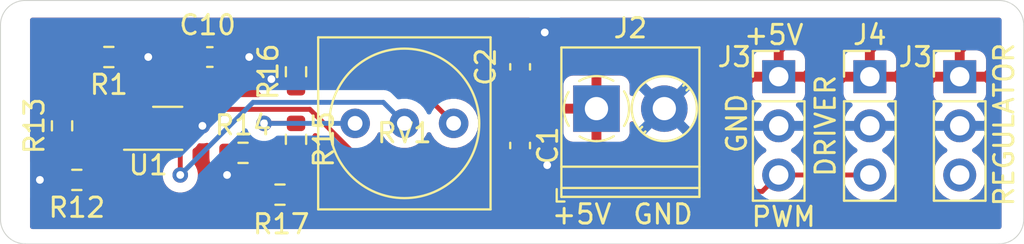
<source format=kicad_pcb>
(kicad_pcb (version 20171130) (host pcbnew "(5.1.8)-1")

  (general
    (thickness 1.6)
    (drawings 15)
    (tracks 53)
    (zones 0)
    (modules 16)
    (nets 10)
  )

  (page A4)
  (layers
    (0 F.Cu signal hide)
    (31 B.Cu signal hide)
    (32 B.Adhes user)
    (33 F.Adhes user)
    (34 B.Paste user)
    (35 F.Paste user)
    (36 B.SilkS user)
    (37 F.SilkS user hide)
    (38 B.Mask user)
    (39 F.Mask user)
    (40 Dwgs.User user)
    (41 Cmts.User user)
    (42 Eco1.User user)
    (43 Eco2.User user)
    (44 Edge.Cuts user)
    (45 Margin user)
    (46 B.CrtYd user)
    (47 F.CrtYd user)
    (48 B.Fab user)
    (49 F.Fab user)
  )

  (setup
    (last_trace_width 0.25)
    (trace_clearance 0.2)
    (zone_clearance 0.508)
    (zone_45_only no)
    (trace_min 0.2)
    (via_size 0.8)
    (via_drill 0.4)
    (via_min_size 0.4)
    (via_min_drill 0.3)
    (uvia_size 0.3)
    (uvia_drill 0.1)
    (uvias_allowed no)
    (uvia_min_size 0.2)
    (uvia_min_drill 0.1)
    (edge_width 0.05)
    (segment_width 0.2)
    (pcb_text_width 0.3)
    (pcb_text_size 1.5 1.5)
    (mod_edge_width 0.12)
    (mod_text_size 1 1)
    (mod_text_width 0.15)
    (pad_size 1.7 1.7)
    (pad_drill 1)
    (pad_to_mask_clearance 0)
    (aux_axis_origin 0 0)
    (visible_elements 7FFFFFFF)
    (pcbplotparams
      (layerselection 0x010fc_ffffffff)
      (usegerberextensions false)
      (usegerberattributes false)
      (usegerberadvancedattributes false)
      (creategerberjobfile false)
      (excludeedgelayer true)
      (linewidth 0.100000)
      (plotframeref false)
      (viasonmask false)
      (mode 1)
      (useauxorigin false)
      (hpglpennumber 1)
      (hpglpenspeed 20)
      (hpglpendiameter 15.000000)
      (psnegative false)
      (psa4output false)
      (plotreference true)
      (plotvalue true)
      (plotinvisibletext false)
      (padsonsilk false)
      (subtractmaskfromsilk false)
      (outputformat 1)
      (mirror false)
      (drillshape 0)
      (scaleselection 1)
      (outputdirectory "Gerbers/"))
  )

  (net 0 "")
  (net 1 GND)
  (net 2 +5V)
  (net 3 /PWM)
  (net 4 "Net-(R1-Pad2)")
  (net 5 "Net-(R12-Pad1)")
  (net 6 "Net-(R14-Pad2)")
  (net 7 "Net-(R15-Pad1)")
  (net 8 "Net-(R16-Pad2)")
  (net 9 /IN)

  (net_class Default "This is the default net class."
    (clearance 0.2)
    (trace_width 0.25)
    (via_dia 0.8)
    (via_drill 0.4)
    (uvia_dia 0.3)
    (uvia_drill 0.1)
    (add_net +5V)
    (add_net /IN)
    (add_net /PWM)
    (add_net GND)
    (add_net "Net-(R1-Pad2)")
    (add_net "Net-(R12-Pad1)")
    (add_net "Net-(R14-Pad2)")
    (add_net "Net-(R15-Pad1)")
    (add_net "Net-(R16-Pad2)")
  )

  (module Connector_PinHeader_2.54mm:PinHeader_1x03_P2.54mm_Vertical (layer F.Cu) (tedit 601886C5) (tstamp 600F6D15)
    (at 157.9245 41.656)
    (descr "Through hole straight pin header, 1x03, 2.54mm pitch, single row")
    (tags "Through hole pin header THT 1x03 2.54mm single row")
    (path /5FA7B2EB)
    (fp_text reference J3 (at -2.286 -1.016) (layer F.SilkS)
      (effects (font (size 1 1) (thickness 0.15)))
    )
    (fp_text value Conn_01x03_Male (at 0 7.41) (layer F.Fab)
      (effects (font (size 1 1) (thickness 0.15)))
    )
    (fp_line (start 1.8 -1.8) (end -1.8 -1.8) (layer F.CrtYd) (width 0.05))
    (fp_line (start 1.8 6.85) (end 1.8 -1.8) (layer F.CrtYd) (width 0.05))
    (fp_line (start -1.8 6.85) (end 1.8 6.85) (layer F.CrtYd) (width 0.05))
    (fp_line (start -1.8 -1.8) (end -1.8 6.85) (layer F.CrtYd) (width 0.05))
    (fp_line (start -1.33 -1.33) (end 0 -1.33) (layer F.SilkS) (width 0.12))
    (fp_line (start -1.33 0) (end -1.33 -1.33) (layer F.SilkS) (width 0.12))
    (fp_line (start -1.33 1.27) (end 1.33 1.27) (layer F.SilkS) (width 0.12))
    (fp_line (start 1.33 1.27) (end 1.33 6.41) (layer F.SilkS) (width 0.12))
    (fp_line (start -1.33 1.27) (end -1.33 6.41) (layer F.SilkS) (width 0.12))
    (fp_line (start -1.33 6.41) (end 1.33 6.41) (layer F.SilkS) (width 0.12))
    (fp_line (start -1.27 -0.635) (end -0.635 -1.27) (layer F.Fab) (width 0.1))
    (fp_line (start -1.27 6.35) (end -1.27 -0.635) (layer F.Fab) (width 0.1))
    (fp_line (start 1.27 6.35) (end -1.27 6.35) (layer F.Fab) (width 0.1))
    (fp_line (start 1.27 -1.27) (end 1.27 6.35) (layer F.Fab) (width 0.1))
    (fp_line (start -0.635 -1.27) (end 1.27 -1.27) (layer F.Fab) (width 0.1))
    (fp_text user %R (at 0 2.54 90) (layer F.Fab)
      (effects (font (size 1 1) (thickness 0.15)))
    )
    (pad 3 thru_hole oval (at 0 5.08) (size 1.7 1.7) (drill 1) (layers *.Cu *.Mask))
    (pad 2 thru_hole oval (at 0 2.54) (size 1.7 1.7) (drill 1) (layers *.Cu *.Mask)
      (net 1 GND))
    (pad 1 thru_hole rect (at 0 0) (size 1.7 1.7) (drill 1) (layers *.Cu *.Mask)
      (net 2 +5V))
    (model ${KISYS3DMOD}/Connector_PinHeader_2.54mm.3dshapes/PinHeader_1x03_P2.54mm_Vertical.wrl
      (at (xyz 0 0 0))
      (scale (xyz 1 1 1))
      (rotate (xyz 0 0 0))
    )
  )

  (module Connector_PinHeader_2.54mm:PinHeader_1x03_P2.54mm_Vertical (layer F.Cu) (tedit 59FED5CC) (tstamp 5FFFA247)
    (at 153.289 41.656)
    (descr "Through hole straight pin header, 1x03, 2.54mm pitch, single row")
    (tags "Through hole pin header THT 1x03 2.54mm single row")
    (path /5FA7B2EB)
    (fp_text reference J4 (at 0 -2.159) (layer F.SilkS)
      (effects (font (size 1 1) (thickness 0.15)))
    )
    (fp_text value Conn_01x03_Male (at 0 7.41) (layer F.Fab)
      (effects (font (size 1 1) (thickness 0.15)))
    )
    (fp_line (start 1.8 -1.8) (end -1.8 -1.8) (layer F.CrtYd) (width 0.05))
    (fp_line (start 1.8 6.85) (end 1.8 -1.8) (layer F.CrtYd) (width 0.05))
    (fp_line (start -1.8 6.85) (end 1.8 6.85) (layer F.CrtYd) (width 0.05))
    (fp_line (start -1.8 -1.8) (end -1.8 6.85) (layer F.CrtYd) (width 0.05))
    (fp_line (start -1.33 -1.33) (end 0 -1.33) (layer F.SilkS) (width 0.12))
    (fp_line (start -1.33 0) (end -1.33 -1.33) (layer F.SilkS) (width 0.12))
    (fp_line (start -1.33 1.27) (end 1.33 1.27) (layer F.SilkS) (width 0.12))
    (fp_line (start 1.33 1.27) (end 1.33 6.41) (layer F.SilkS) (width 0.12))
    (fp_line (start -1.33 1.27) (end -1.33 6.41) (layer F.SilkS) (width 0.12))
    (fp_line (start -1.33 6.41) (end 1.33 6.41) (layer F.SilkS) (width 0.12))
    (fp_line (start -1.27 -0.635) (end -0.635 -1.27) (layer F.Fab) (width 0.1))
    (fp_line (start -1.27 6.35) (end -1.27 -0.635) (layer F.Fab) (width 0.1))
    (fp_line (start 1.27 6.35) (end -1.27 6.35) (layer F.Fab) (width 0.1))
    (fp_line (start 1.27 -1.27) (end 1.27 6.35) (layer F.Fab) (width 0.1))
    (fp_line (start -0.635 -1.27) (end 1.27 -1.27) (layer F.Fab) (width 0.1))
    (fp_text user %R (at 0 2.54 90) (layer F.Fab)
      (effects (font (size 1 1) (thickness 0.15)))
    )
    (pad 3 thru_hole oval (at 0 5.08) (size 1.7 1.7) (drill 1) (layers *.Cu *.Mask)
      (net 3 /PWM))
    (pad 2 thru_hole oval (at 0 2.54) (size 1.7 1.7) (drill 1) (layers *.Cu *.Mask)
      (net 1 GND))
    (pad 1 thru_hole rect (at 0 0) (size 1.7 1.7) (drill 1) (layers *.Cu *.Mask)
      (net 2 +5V))
    (model ${KISYS3DMOD}/Connector_PinHeader_2.54mm.3dshapes/PinHeader_1x03_P2.54mm_Vertical.wrl
      (at (xyz 0 0 0))
      (scale (xyz 1 1 1))
      (rotate (xyz 0 0 0))
    )
  )

  (module Capacitor_SMD:C_0603_1608Metric (layer F.Cu) (tedit 5F68FEEE) (tstamp 5FFF35CA)
    (at 135.255 45.212 270)
    (descr "Capacitor SMD 0603 (1608 Metric), square (rectangular) end terminal, IPC_7351 nominal, (Body size source: IPC-SM-782 page 76, https://www.pcb-3d.com/wordpress/wp-content/uploads/ipc-sm-782a_amendment_1_and_2.pdf), generated with kicad-footprint-generator")
    (tags capacitor)
    (path /5FA67BE7)
    (attr smd)
    (fp_text reference C1 (at 0 -1.43 90) (layer F.SilkS)
      (effects (font (size 1 1) (thickness 0.15)))
    )
    (fp_text value 0.1u (at 0 1.43 90) (layer F.Fab)
      (effects (font (size 1 1) (thickness 0.15)))
    )
    (fp_line (start 1.48 0.73) (end -1.48 0.73) (layer F.CrtYd) (width 0.05))
    (fp_line (start 1.48 -0.73) (end 1.48 0.73) (layer F.CrtYd) (width 0.05))
    (fp_line (start -1.48 -0.73) (end 1.48 -0.73) (layer F.CrtYd) (width 0.05))
    (fp_line (start -1.48 0.73) (end -1.48 -0.73) (layer F.CrtYd) (width 0.05))
    (fp_line (start -0.14058 0.51) (end 0.14058 0.51) (layer F.SilkS) (width 0.12))
    (fp_line (start -0.14058 -0.51) (end 0.14058 -0.51) (layer F.SilkS) (width 0.12))
    (fp_line (start 0.8 0.4) (end -0.8 0.4) (layer F.Fab) (width 0.1))
    (fp_line (start 0.8 -0.4) (end 0.8 0.4) (layer F.Fab) (width 0.1))
    (fp_line (start -0.8 -0.4) (end 0.8 -0.4) (layer F.Fab) (width 0.1))
    (fp_line (start -0.8 0.4) (end -0.8 -0.4) (layer F.Fab) (width 0.1))
    (fp_text user %R (at 0 0 90) (layer F.Fab)
      (effects (font (size 0.4 0.4) (thickness 0.06)))
    )
    (pad 2 smd roundrect (at 0.775 0 270) (size 0.9 0.95) (layers F.Cu F.Paste F.Mask) (roundrect_rratio 0.25)
      (net 1 GND))
    (pad 1 smd roundrect (at -0.775 0 270) (size 0.9 0.95) (layers F.Cu F.Paste F.Mask) (roundrect_rratio 0.25)
      (net 2 +5V))
    (model ${KISYS3DMOD}/Capacitor_SMD.3dshapes/C_0603_1608Metric.wrl
      (at (xyz 0 0 0))
      (scale (xyz 1 1 1))
      (rotate (xyz 0 0 0))
    )
  )

  (module Capacitor_SMD:C_0603_1608Metric (layer F.Cu) (tedit 5F68FEEE) (tstamp 5FFF35DB)
    (at 135.255 41.148 90)
    (descr "Capacitor SMD 0603 (1608 Metric), square (rectangular) end terminal, IPC_7351 nominal, (Body size source: IPC-SM-782 page 76, https://www.pcb-3d.com/wordpress/wp-content/uploads/ipc-sm-782a_amendment_1_and_2.pdf), generated with kicad-footprint-generator")
    (tags capacitor)
    (path /5FA66D53)
    (attr smd)
    (fp_text reference C2 (at 0 -1.778 90) (layer F.SilkS)
      (effects (font (size 1 1) (thickness 0.15)))
    )
    (fp_text value 0.1u (at 0 1.43 90) (layer F.Fab)
      (effects (font (size 1 1) (thickness 0.15)))
    )
    (fp_line (start -0.8 0.4) (end -0.8 -0.4) (layer F.Fab) (width 0.1))
    (fp_line (start -0.8 -0.4) (end 0.8 -0.4) (layer F.Fab) (width 0.1))
    (fp_line (start 0.8 -0.4) (end 0.8 0.4) (layer F.Fab) (width 0.1))
    (fp_line (start 0.8 0.4) (end -0.8 0.4) (layer F.Fab) (width 0.1))
    (fp_line (start -0.14058 -0.51) (end 0.14058 -0.51) (layer F.SilkS) (width 0.12))
    (fp_line (start -0.14058 0.51) (end 0.14058 0.51) (layer F.SilkS) (width 0.12))
    (fp_line (start -1.48 0.73) (end -1.48 -0.73) (layer F.CrtYd) (width 0.05))
    (fp_line (start -1.48 -0.73) (end 1.48 -0.73) (layer F.CrtYd) (width 0.05))
    (fp_line (start 1.48 -0.73) (end 1.48 0.73) (layer F.CrtYd) (width 0.05))
    (fp_line (start 1.48 0.73) (end -1.48 0.73) (layer F.CrtYd) (width 0.05))
    (fp_text user %R (at 0 0 90) (layer F.Fab)
      (effects (font (size 0.4 0.4) (thickness 0.06)))
    )
    (pad 1 smd roundrect (at -0.775 0 90) (size 0.9 0.95) (layers F.Cu F.Paste F.Mask) (roundrect_rratio 0.25)
      (net 2 +5V))
    (pad 2 smd roundrect (at 0.775 0 90) (size 0.9 0.95) (layers F.Cu F.Paste F.Mask) (roundrect_rratio 0.25)
      (net 1 GND))
    (model ${KISYS3DMOD}/Capacitor_SMD.3dshapes/C_0603_1608Metric.wrl
      (at (xyz 0 0 0))
      (scale (xyz 1 1 1))
      (rotate (xyz 0 0 0))
    )
  )

  (module Capacitor_SMD:C_0603_1608Metric (layer F.Cu) (tedit 5F68FEEE) (tstamp 5FFF35EC)
    (at 119.253 40.64 180)
    (descr "Capacitor SMD 0603 (1608 Metric), square (rectangular) end terminal, IPC_7351 nominal, (Body size source: IPC-SM-782 page 76, https://www.pcb-3d.com/wordpress/wp-content/uploads/ipc-sm-782a_amendment_1_and_2.pdf), generated with kicad-footprint-generator")
    (tags capacitor)
    (path /5FE4181E)
    (attr smd)
    (fp_text reference C10 (at 0.114 1.651) (layer F.SilkS)
      (effects (font (size 1 1) (thickness 0.15)))
    )
    (fp_text value 0.1u (at 0 1.43) (layer F.Fab)
      (effects (font (size 1 1) (thickness 0.15)))
    )
    (fp_line (start -0.8 0.4) (end -0.8 -0.4) (layer F.Fab) (width 0.1))
    (fp_line (start -0.8 -0.4) (end 0.8 -0.4) (layer F.Fab) (width 0.1))
    (fp_line (start 0.8 -0.4) (end 0.8 0.4) (layer F.Fab) (width 0.1))
    (fp_line (start 0.8 0.4) (end -0.8 0.4) (layer F.Fab) (width 0.1))
    (fp_line (start -0.14058 -0.51) (end 0.14058 -0.51) (layer F.SilkS) (width 0.12))
    (fp_line (start -0.14058 0.51) (end 0.14058 0.51) (layer F.SilkS) (width 0.12))
    (fp_line (start -1.48 0.73) (end -1.48 -0.73) (layer F.CrtYd) (width 0.05))
    (fp_line (start -1.48 -0.73) (end 1.48 -0.73) (layer F.CrtYd) (width 0.05))
    (fp_line (start 1.48 -0.73) (end 1.48 0.73) (layer F.CrtYd) (width 0.05))
    (fp_line (start 1.48 0.73) (end -1.48 0.73) (layer F.CrtYd) (width 0.05))
    (fp_text user %R (at 0 0) (layer F.Fab)
      (effects (font (size 0.4 0.4) (thickness 0.06)))
    )
    (pad 1 smd roundrect (at -0.775 0 180) (size 0.9 0.95) (layers F.Cu F.Paste F.Mask) (roundrect_rratio 0.25)
      (net 1 GND))
    (pad 2 smd roundrect (at 0.775 0 180) (size 0.9 0.95) (layers F.Cu F.Paste F.Mask) (roundrect_rratio 0.25)
      (net 2 +5V))
    (model ${KISYS3DMOD}/Capacitor_SMD.3dshapes/C_0603_1608Metric.wrl
      (at (xyz 0 0 0))
      (scale (xyz 1 1 1))
      (rotate (xyz 0 0 0))
    )
  )

  (module TerminalBlock_Phoenix:TerminalBlock_Phoenix_PT-1,5-2-3.5-H_1x02_P3.50mm_Horizontal (layer F.Cu) (tedit 5B294F3F) (tstamp 5FFF3616)
    (at 139.192 43.307)
    (descr "Terminal Block Phoenix PT-1,5-2-3.5-H, 2 pins, pitch 3.5mm, size 7x7.6mm^2, drill diamater 1.2mm, pad diameter 2.4mm, see , script-generated using https://github.com/pointhi/kicad-footprint-generator/scripts/TerminalBlock_Phoenix")
    (tags "THT Terminal Block Phoenix PT-1,5-2-3.5-H pitch 3.5mm size 7x7.6mm^2 drill 1.2mm pad 2.4mm")
    (path /5FA59775)
    (fp_text reference J2 (at 1.75 -4.16) (layer F.SilkS)
      (effects (font (size 1 1) (thickness 0.15)))
    )
    (fp_text value Screw_Terminal_01x02 (at 1.75 5.56) (layer F.Fab)
      (effects (font (size 1 1) (thickness 0.15)))
    )
    (fp_circle (center 0 0) (end 1.5 0) (layer F.Fab) (width 0.1))
    (fp_circle (center 3.5 0) (end 5 0) (layer F.Fab) (width 0.1))
    (fp_circle (center 3.5 0) (end 5.18 0) (layer F.SilkS) (width 0.12))
    (fp_line (start -1.75 -3.1) (end 5.25 -3.1) (layer F.Fab) (width 0.1))
    (fp_line (start 5.25 -3.1) (end 5.25 4.5) (layer F.Fab) (width 0.1))
    (fp_line (start 5.25 4.5) (end -1.35 4.5) (layer F.Fab) (width 0.1))
    (fp_line (start -1.35 4.5) (end -1.75 4.1) (layer F.Fab) (width 0.1))
    (fp_line (start -1.75 4.1) (end -1.75 -3.1) (layer F.Fab) (width 0.1))
    (fp_line (start -1.75 4.1) (end 5.25 4.1) (layer F.Fab) (width 0.1))
    (fp_line (start -1.81 4.1) (end 5.31 4.1) (layer F.SilkS) (width 0.12))
    (fp_line (start -1.75 3) (end 5.25 3) (layer F.Fab) (width 0.1))
    (fp_line (start -1.81 3) (end 5.31 3) (layer F.SilkS) (width 0.12))
    (fp_line (start -1.81 -3.16) (end 5.31 -3.16) (layer F.SilkS) (width 0.12))
    (fp_line (start -1.81 4.56) (end 5.31 4.56) (layer F.SilkS) (width 0.12))
    (fp_line (start -1.81 -3.16) (end -1.81 4.56) (layer F.SilkS) (width 0.12))
    (fp_line (start 5.31 -3.16) (end 5.31 4.56) (layer F.SilkS) (width 0.12))
    (fp_line (start 1.138 -0.955) (end -0.955 1.138) (layer F.Fab) (width 0.1))
    (fp_line (start 0.955 -1.138) (end -1.138 0.955) (layer F.Fab) (width 0.1))
    (fp_line (start 4.638 -0.955) (end 2.546 1.138) (layer F.Fab) (width 0.1))
    (fp_line (start 4.455 -1.138) (end 2.363 0.955) (layer F.Fab) (width 0.1))
    (fp_line (start 4.775 -1.069) (end 4.646 -0.941) (layer F.SilkS) (width 0.12))
    (fp_line (start 2.525 1.181) (end 2.431 1.274) (layer F.SilkS) (width 0.12))
    (fp_line (start 4.57 -1.275) (end 4.476 -1.181) (layer F.SilkS) (width 0.12))
    (fp_line (start 2.355 0.941) (end 2.226 1.069) (layer F.SilkS) (width 0.12))
    (fp_line (start -2.05 4.16) (end -2.05 4.8) (layer F.SilkS) (width 0.12))
    (fp_line (start -2.05 4.8) (end -1.65 4.8) (layer F.SilkS) (width 0.12))
    (fp_line (start -2.25 -3.6) (end -2.25 5) (layer F.CrtYd) (width 0.05))
    (fp_line (start -2.25 5) (end 5.75 5) (layer F.CrtYd) (width 0.05))
    (fp_line (start 5.75 5) (end 5.75 -3.6) (layer F.CrtYd) (width 0.05))
    (fp_line (start 5.75 -3.6) (end -2.25 -3.6) (layer F.CrtYd) (width 0.05))
    (fp_arc (start 0 0) (end 0 1.68) (angle -32) (layer F.SilkS) (width 0.12))
    (fp_arc (start 0 0) (end 1.425 0.891) (angle -64) (layer F.SilkS) (width 0.12))
    (fp_arc (start 0 0) (end 0.866 -1.44) (angle -63) (layer F.SilkS) (width 0.12))
    (fp_arc (start 0 0) (end -1.44 -0.866) (angle -63) (layer F.SilkS) (width 0.12))
    (fp_arc (start 0 0) (end -0.866 1.44) (angle -32) (layer F.SilkS) (width 0.12))
    (fp_text user %R (at 1.75 2.4) (layer F.Fab)
      (effects (font (size 1 1) (thickness 0.15)))
    )
    (pad 1 thru_hole rect (at 0 0) (size 2.4 2.4) (drill 1.2) (layers *.Cu *.Mask)
      (net 2 +5V))
    (pad 2 thru_hole circle (at 3.5 0) (size 2.4 2.4) (drill 1.2) (layers *.Cu *.Mask)
      (net 1 GND))
    (model ${KISYS3DMOD}/TerminalBlock_Phoenix.3dshapes/TerminalBlock_Phoenix_PT-1,5-2-3.5-H_1x02_P3.50mm_Horizontal.wrl
      (at (xyz 0 0 0))
      (scale (xyz 1 1 1))
      (rotate (xyz 0 0 0))
    )
  )

  (module Connector_PinHeader_2.54mm:PinHeader_1x03_P2.54mm_Vertical (layer F.Cu) (tedit 59FED5CC) (tstamp 5FFF362D)
    (at 148.59 41.656)
    (descr "Through hole straight pin header, 1x03, 2.54mm pitch, single row")
    (tags "Through hole pin header THT 1x03 2.54mm single row")
    (path /5FA7B2EB)
    (fp_text reference J3 (at -2.286 -1.016) (layer F.SilkS)
      (effects (font (size 1 1) (thickness 0.15)))
    )
    (fp_text value Conn_01x03_Male (at 0 7.41) (layer F.Fab)
      (effects (font (size 1 1) (thickness 0.15)))
    )
    (fp_line (start -0.635 -1.27) (end 1.27 -1.27) (layer F.Fab) (width 0.1))
    (fp_line (start 1.27 -1.27) (end 1.27 6.35) (layer F.Fab) (width 0.1))
    (fp_line (start 1.27 6.35) (end -1.27 6.35) (layer F.Fab) (width 0.1))
    (fp_line (start -1.27 6.35) (end -1.27 -0.635) (layer F.Fab) (width 0.1))
    (fp_line (start -1.27 -0.635) (end -0.635 -1.27) (layer F.Fab) (width 0.1))
    (fp_line (start -1.33 6.41) (end 1.33 6.41) (layer F.SilkS) (width 0.12))
    (fp_line (start -1.33 1.27) (end -1.33 6.41) (layer F.SilkS) (width 0.12))
    (fp_line (start 1.33 1.27) (end 1.33 6.41) (layer F.SilkS) (width 0.12))
    (fp_line (start -1.33 1.27) (end 1.33 1.27) (layer F.SilkS) (width 0.12))
    (fp_line (start -1.33 0) (end -1.33 -1.33) (layer F.SilkS) (width 0.12))
    (fp_line (start -1.33 -1.33) (end 0 -1.33) (layer F.SilkS) (width 0.12))
    (fp_line (start -1.8 -1.8) (end -1.8 6.85) (layer F.CrtYd) (width 0.05))
    (fp_line (start -1.8 6.85) (end 1.8 6.85) (layer F.CrtYd) (width 0.05))
    (fp_line (start 1.8 6.85) (end 1.8 -1.8) (layer F.CrtYd) (width 0.05))
    (fp_line (start 1.8 -1.8) (end -1.8 -1.8) (layer F.CrtYd) (width 0.05))
    (fp_text user %R (at 0 2.54 90) (layer F.Fab)
      (effects (font (size 1 1) (thickness 0.15)))
    )
    (pad 1 thru_hole rect (at 0 0) (size 1.7 1.7) (drill 1) (layers *.Cu *.Mask)
      (net 2 +5V))
    (pad 2 thru_hole oval (at 0 2.54) (size 1.7 1.7) (drill 1) (layers *.Cu *.Mask)
      (net 1 GND))
    (pad 3 thru_hole oval (at 0 5.08) (size 1.7 1.7) (drill 1) (layers *.Cu *.Mask)
      (net 3 /PWM))
    (model ${KISYS3DMOD}/Connector_PinHeader_2.54mm.3dshapes/PinHeader_1x03_P2.54mm_Vertical.wrl
      (at (xyz 0 0 0))
      (scale (xyz 1 1 1))
      (rotate (xyz 0 0 0))
    )
  )

  (module Resistor_SMD:R_0603_1608Metric (layer F.Cu) (tedit 5F68FEEE) (tstamp 5FFF363E)
    (at 114.046 40.64 180)
    (descr "Resistor SMD 0603 (1608 Metric), square (rectangular) end terminal, IPC_7351 nominal, (Body size source: IPC-SM-782 page 72, https://www.pcb-3d.com/wordpress/wp-content/uploads/ipc-sm-782a_amendment_1_and_2.pdf), generated with kicad-footprint-generator")
    (tags resistor)
    (path /5FD656A8)
    (attr smd)
    (fp_text reference R1 (at 0 -1.43) (layer F.SilkS)
      (effects (font (size 1 1) (thickness 0.15)))
    )
    (fp_text value 102k (at 0 1.43) (layer F.Fab)
      (effects (font (size 1 1) (thickness 0.15)))
    )
    (fp_line (start -0.8 0.4125) (end -0.8 -0.4125) (layer F.Fab) (width 0.1))
    (fp_line (start -0.8 -0.4125) (end 0.8 -0.4125) (layer F.Fab) (width 0.1))
    (fp_line (start 0.8 -0.4125) (end 0.8 0.4125) (layer F.Fab) (width 0.1))
    (fp_line (start 0.8 0.4125) (end -0.8 0.4125) (layer F.Fab) (width 0.1))
    (fp_line (start -0.237258 -0.5225) (end 0.237258 -0.5225) (layer F.SilkS) (width 0.12))
    (fp_line (start -0.237258 0.5225) (end 0.237258 0.5225) (layer F.SilkS) (width 0.12))
    (fp_line (start -1.48 0.73) (end -1.48 -0.73) (layer F.CrtYd) (width 0.05))
    (fp_line (start -1.48 -0.73) (end 1.48 -0.73) (layer F.CrtYd) (width 0.05))
    (fp_line (start 1.48 -0.73) (end 1.48 0.73) (layer F.CrtYd) (width 0.05))
    (fp_line (start 1.48 0.73) (end -1.48 0.73) (layer F.CrtYd) (width 0.05))
    (fp_text user %R (at 0 0) (layer F.Fab)
      (effects (font (size 0.4 0.4) (thickness 0.06)))
    )
    (pad 1 smd roundrect (at -0.825 0 180) (size 0.8 0.95) (layers F.Cu F.Paste F.Mask) (roundrect_rratio 0.25)
      (net 1 GND))
    (pad 2 smd roundrect (at 0.825 0 180) (size 0.8 0.95) (layers F.Cu F.Paste F.Mask) (roundrect_rratio 0.25)
      (net 4 "Net-(R1-Pad2)"))
    (model ${KISYS3DMOD}/Resistor_SMD.3dshapes/R_0603_1608Metric.wrl
      (at (xyz 0 0 0))
      (scale (xyz 1 1 1))
      (rotate (xyz 0 0 0))
    )
  )

  (module Resistor_SMD:R_0603_1608Metric (layer F.Cu) (tedit 5F68FEEE) (tstamp 5FFF364F)
    (at 112.395 46.99 180)
    (descr "Resistor SMD 0603 (1608 Metric), square (rectangular) end terminal, IPC_7351 nominal, (Body size source: IPC-SM-782 page 72, https://www.pcb-3d.com/wordpress/wp-content/uploads/ipc-sm-782a_amendment_1_and_2.pdf), generated with kicad-footprint-generator")
    (tags resistor)
    (path /5FD4855E)
    (attr smd)
    (fp_text reference R12 (at 0 -1.43) (layer F.SilkS)
      (effects (font (size 1 1) (thickness 0.15)))
    )
    (fp_text value 619k (at -0.0635 -1.5875) (layer F.Fab)
      (effects (font (size 1 1) (thickness 0.15)))
    )
    (fp_line (start -0.8 0.4125) (end -0.8 -0.4125) (layer F.Fab) (width 0.1))
    (fp_line (start -0.8 -0.4125) (end 0.8 -0.4125) (layer F.Fab) (width 0.1))
    (fp_line (start 0.8 -0.4125) (end 0.8 0.4125) (layer F.Fab) (width 0.1))
    (fp_line (start 0.8 0.4125) (end -0.8 0.4125) (layer F.Fab) (width 0.1))
    (fp_line (start -0.237258 -0.5225) (end 0.237258 -0.5225) (layer F.SilkS) (width 0.12))
    (fp_line (start -0.237258 0.5225) (end 0.237258 0.5225) (layer F.SilkS) (width 0.12))
    (fp_line (start -1.48 0.73) (end -1.48 -0.73) (layer F.CrtYd) (width 0.05))
    (fp_line (start -1.48 -0.73) (end 1.48 -0.73) (layer F.CrtYd) (width 0.05))
    (fp_line (start 1.48 -0.73) (end 1.48 0.73) (layer F.CrtYd) (width 0.05))
    (fp_line (start 1.48 0.73) (end -1.48 0.73) (layer F.CrtYd) (width 0.05))
    (fp_text user %R (at 0 0) (layer F.Fab)
      (effects (font (size 0.4 0.4) (thickness 0.06)))
    )
    (pad 1 smd roundrect (at -0.825 0 180) (size 0.8 0.95) (layers F.Cu F.Paste F.Mask) (roundrect_rratio 0.25)
      (net 5 "Net-(R12-Pad1)"))
    (pad 2 smd roundrect (at 0.825 0 180) (size 0.8 0.95) (layers F.Cu F.Paste F.Mask) (roundrect_rratio 0.25)
      (net 1 GND))
    (model ${KISYS3DMOD}/Resistor_SMD.3dshapes/R_0603_1608Metric.wrl
      (at (xyz 0 0 0))
      (scale (xyz 1 1 1))
      (rotate (xyz 0 0 0))
    )
  )

  (module Resistor_SMD:R_0603_1608Metric (layer F.Cu) (tedit 5F68FEEE) (tstamp 5FFF3660)
    (at 111.633 44.196 90)
    (descr "Resistor SMD 0603 (1608 Metric), square (rectangular) end terminal, IPC_7351 nominal, (Body size source: IPC-SM-782 page 72, https://www.pcb-3d.com/wordpress/wp-content/uploads/ipc-sm-782a_amendment_1_and_2.pdf), generated with kicad-footprint-generator")
    (tags resistor)
    (path /5FD64D2B)
    (attr smd)
    (fp_text reference R13 (at 0 -1.43 90) (layer F.SilkS)
      (effects (font (size 1 1) (thickness 0.15)))
    )
    (fp_text value 976k (at 0 1.43 90) (layer F.Fab)
      (effects (font (size 1 1) (thickness 0.15)))
    )
    (fp_line (start 1.48 0.73) (end -1.48 0.73) (layer F.CrtYd) (width 0.05))
    (fp_line (start 1.48 -0.73) (end 1.48 0.73) (layer F.CrtYd) (width 0.05))
    (fp_line (start -1.48 -0.73) (end 1.48 -0.73) (layer F.CrtYd) (width 0.05))
    (fp_line (start -1.48 0.73) (end -1.48 -0.73) (layer F.CrtYd) (width 0.05))
    (fp_line (start -0.237258 0.5225) (end 0.237258 0.5225) (layer F.SilkS) (width 0.12))
    (fp_line (start -0.237258 -0.5225) (end 0.237258 -0.5225) (layer F.SilkS) (width 0.12))
    (fp_line (start 0.8 0.4125) (end -0.8 0.4125) (layer F.Fab) (width 0.1))
    (fp_line (start 0.8 -0.4125) (end 0.8 0.4125) (layer F.Fab) (width 0.1))
    (fp_line (start -0.8 -0.4125) (end 0.8 -0.4125) (layer F.Fab) (width 0.1))
    (fp_line (start -0.8 0.4125) (end -0.8 -0.4125) (layer F.Fab) (width 0.1))
    (fp_text user %R (at 0.095999 0 90) (layer F.Fab)
      (effects (font (size 0.4 0.4) (thickness 0.06)))
    )
    (pad 2 smd roundrect (at 0.825 0 90) (size 0.8 0.95) (layers F.Cu F.Paste F.Mask) (roundrect_rratio 0.25)
      (net 2 +5V))
    (pad 1 smd roundrect (at -0.825 0 90) (size 0.8 0.95) (layers F.Cu F.Paste F.Mask) (roundrect_rratio 0.25)
      (net 4 "Net-(R1-Pad2)"))
    (model ${KISYS3DMOD}/Resistor_SMD.3dshapes/R_0603_1608Metric.wrl
      (at (xyz 0 0 0))
      (scale (xyz 1 1 1))
      (rotate (xyz 0 0 0))
    )
  )

  (module Resistor_SMD:R_0603_1608Metric (layer F.Cu) (tedit 5F68FEEE) (tstamp 5FFF3671)
    (at 120.967 45.593)
    (descr "Resistor SMD 0603 (1608 Metric), square (rectangular) end terminal, IPC_7351 nominal, (Body size source: IPC-SM-782 page 72, https://www.pcb-3d.com/wordpress/wp-content/uploads/ipc-sm-782a_amendment_1_and_2.pdf), generated with kicad-footprint-generator")
    (tags resistor)
    (path /5FD9456F)
    (attr smd)
    (fp_text reference R14 (at 0 -1.43) (layer F.SilkS)
      (effects (font (size 1 1) (thickness 0.15)))
    )
    (fp_text value 50k (at 0 1.43) (layer F.Fab)
      (effects (font (size 1 1) (thickness 0.15)))
    )
    (fp_line (start -0.8 0.4125) (end -0.8 -0.4125) (layer F.Fab) (width 0.1))
    (fp_line (start -0.8 -0.4125) (end 0.8 -0.4125) (layer F.Fab) (width 0.1))
    (fp_line (start 0.8 -0.4125) (end 0.8 0.4125) (layer F.Fab) (width 0.1))
    (fp_line (start 0.8 0.4125) (end -0.8 0.4125) (layer F.Fab) (width 0.1))
    (fp_line (start -0.237258 -0.5225) (end 0.237258 -0.5225) (layer F.SilkS) (width 0.12))
    (fp_line (start -0.237258 0.5225) (end 0.237258 0.5225) (layer F.SilkS) (width 0.12))
    (fp_line (start -1.48 0.73) (end -1.48 -0.73) (layer F.CrtYd) (width 0.05))
    (fp_line (start -1.48 -0.73) (end 1.48 -0.73) (layer F.CrtYd) (width 0.05))
    (fp_line (start 1.48 -0.73) (end 1.48 0.73) (layer F.CrtYd) (width 0.05))
    (fp_line (start 1.48 0.73) (end -1.48 0.73) (layer F.CrtYd) (width 0.05))
    (fp_text user %R (at 0 0) (layer F.Fab)
      (effects (font (size 0.4 0.4) (thickness 0.06)))
    )
    (pad 1 smd roundrect (at -0.825 0) (size 0.8 0.95) (layers F.Cu F.Paste F.Mask) (roundrect_rratio 0.25)
      (net 1 GND))
    (pad 2 smd roundrect (at 0.825 0) (size 0.8 0.95) (layers F.Cu F.Paste F.Mask) (roundrect_rratio 0.25)
      (net 6 "Net-(R14-Pad2)"))
    (model ${KISYS3DMOD}/Resistor_SMD.3dshapes/R_0603_1608Metric.wrl
      (at (xyz 0 0 0))
      (scale (xyz 1 1 1))
      (rotate (xyz 0 0 0))
    )
  )

  (module Resistor_SMD:R_0603_1608Metric (layer F.Cu) (tedit 5F68FEEE) (tstamp 5FFF3682)
    (at 123.698 44.894 270)
    (descr "Resistor SMD 0603 (1608 Metric), square (rectangular) end terminal, IPC_7351 nominal, (Body size source: IPC-SM-782 page 72, https://www.pcb-3d.com/wordpress/wp-content/uploads/ipc-sm-782a_amendment_1_and_2.pdf), generated with kicad-footprint-generator")
    (tags resistor)
    (path /5FE7D689)
    (attr smd)
    (fp_text reference R15 (at 0 -1.43 90) (layer F.SilkS)
      (effects (font (size 1 1) (thickness 0.15)))
    )
    (fp_text value 1.25k (at 0.0005 -1.5875 90) (layer F.Fab)
      (effects (font (size 1 1) (thickness 0.15)))
    )
    (fp_line (start 1.48 0.73) (end -1.48 0.73) (layer F.CrtYd) (width 0.05))
    (fp_line (start 1.48 -0.73) (end 1.48 0.73) (layer F.CrtYd) (width 0.05))
    (fp_line (start -1.48 -0.73) (end 1.48 -0.73) (layer F.CrtYd) (width 0.05))
    (fp_line (start -1.48 0.73) (end -1.48 -0.73) (layer F.CrtYd) (width 0.05))
    (fp_line (start -0.237258 0.5225) (end 0.237258 0.5225) (layer F.SilkS) (width 0.12))
    (fp_line (start -0.237258 -0.5225) (end 0.237258 -0.5225) (layer F.SilkS) (width 0.12))
    (fp_line (start 0.8 0.4125) (end -0.8 0.4125) (layer F.Fab) (width 0.1))
    (fp_line (start 0.8 -0.4125) (end 0.8 0.4125) (layer F.Fab) (width 0.1))
    (fp_line (start -0.8 -0.4125) (end 0.8 -0.4125) (layer F.Fab) (width 0.1))
    (fp_line (start -0.8 0.4125) (end -0.8 -0.4125) (layer F.Fab) (width 0.1))
    (fp_text user %R (at 0 0 90) (layer F.Fab)
      (effects (font (size 0.4 0.4) (thickness 0.06)))
    )
    (pad 2 smd roundrect (at 0.825 0 270) (size 0.8 0.95) (layers F.Cu F.Paste F.Mask) (roundrect_rratio 0.25)
      (net 6 "Net-(R14-Pad2)"))
    (pad 1 smd roundrect (at -0.825 0 270) (size 0.8 0.95) (layers F.Cu F.Paste F.Mask) (roundrect_rratio 0.25)
      (net 7 "Net-(R15-Pad1)"))
    (model ${KISYS3DMOD}/Resistor_SMD.3dshapes/R_0603_1608Metric.wrl
      (at (xyz 0 0 0))
      (scale (xyz 1 1 1))
      (rotate (xyz 0 0 0))
    )
  )

  (module Resistor_SMD:R_0603_1608Metric (layer F.Cu) (tedit 5F68FEEE) (tstamp 5FFF3693)
    (at 123.698 41.402 90)
    (descr "Resistor SMD 0603 (1608 Metric), square (rectangular) end terminal, IPC_7351 nominal, (Body size source: IPC-SM-782 page 72, https://www.pcb-3d.com/wordpress/wp-content/uploads/ipc-sm-782a_amendment_1_and_2.pdf), generated with kicad-footprint-generator")
    (tags resistor)
    (path /5FE7DB53)
    (attr smd)
    (fp_text reference R16 (at 0 -1.43 90) (layer F.SilkS)
      (effects (font (size 1 1) (thickness 0.15)))
    )
    (fp_text value 1.25k (at 0 1.43 90) (layer F.Fab)
      (effects (font (size 1 1) (thickness 0.15)))
    )
    (fp_line (start -0.8 0.4125) (end -0.8 -0.4125) (layer F.Fab) (width 0.1))
    (fp_line (start -0.8 -0.4125) (end 0.8 -0.4125) (layer F.Fab) (width 0.1))
    (fp_line (start 0.8 -0.4125) (end 0.8 0.4125) (layer F.Fab) (width 0.1))
    (fp_line (start 0.8 0.4125) (end -0.8 0.4125) (layer F.Fab) (width 0.1))
    (fp_line (start -0.237258 -0.5225) (end 0.237258 -0.5225) (layer F.SilkS) (width 0.12))
    (fp_line (start -0.237258 0.5225) (end 0.237258 0.5225) (layer F.SilkS) (width 0.12))
    (fp_line (start -1.48 0.73) (end -1.48 -0.73) (layer F.CrtYd) (width 0.05))
    (fp_line (start -1.48 -0.73) (end 1.48 -0.73) (layer F.CrtYd) (width 0.05))
    (fp_line (start 1.48 -0.73) (end 1.48 0.73) (layer F.CrtYd) (width 0.05))
    (fp_line (start 1.48 0.73) (end -1.48 0.73) (layer F.CrtYd) (width 0.05))
    (fp_text user %R (at 0 0 90) (layer F.Fab)
      (effects (font (size 0.4 0.4) (thickness 0.06)))
    )
    (pad 1 smd roundrect (at -0.825 0 90) (size 0.8 0.95) (layers F.Cu F.Paste F.Mask) (roundrect_rratio 0.25)
      (net 1 GND))
    (pad 2 smd roundrect (at 0.825 0 90) (size 0.8 0.95) (layers F.Cu F.Paste F.Mask) (roundrect_rratio 0.25)
      (net 8 "Net-(R16-Pad2)"))
    (model ${KISYS3DMOD}/Resistor_SMD.3dshapes/R_0603_1608Metric.wrl
      (at (xyz 0 0 0))
      (scale (xyz 1 1 1))
      (rotate (xyz 0 0 0))
    )
  )

  (module Resistor_SMD:R_0603_1608Metric (layer F.Cu) (tedit 5F68FEEE) (tstamp 5FFF36A4)
    (at 122.872 47.752)
    (descr "Resistor SMD 0603 (1608 Metric), square (rectangular) end terminal, IPC_7351 nominal, (Body size source: IPC-SM-782 page 72, https://www.pcb-3d.com/wordpress/wp-content/uploads/ipc-sm-782a_amendment_1_and_2.pdf), generated with kicad-footprint-generator")
    (tags resistor)
    (path /5FD95118)
    (attr smd)
    (fp_text reference R17 (at 0.064 1.524) (layer F.SilkS)
      (effects (font (size 1 1) (thickness 0.15)))
    )
    (fp_text value 40k (at 0 1.43) (layer F.Fab)
      (effects (font (size 1 1) (thickness 0.15)))
    )
    (fp_line (start 1.48 0.73) (end -1.48 0.73) (layer F.CrtYd) (width 0.05))
    (fp_line (start 1.48 -0.73) (end 1.48 0.73) (layer F.CrtYd) (width 0.05))
    (fp_line (start -1.48 -0.73) (end 1.48 -0.73) (layer F.CrtYd) (width 0.05))
    (fp_line (start -1.48 0.73) (end -1.48 -0.73) (layer F.CrtYd) (width 0.05))
    (fp_line (start -0.237258 0.5225) (end 0.237258 0.5225) (layer F.SilkS) (width 0.12))
    (fp_line (start -0.237258 -0.5225) (end 0.237258 -0.5225) (layer F.SilkS) (width 0.12))
    (fp_line (start 0.8 0.4125) (end -0.8 0.4125) (layer F.Fab) (width 0.1))
    (fp_line (start 0.8 -0.4125) (end 0.8 0.4125) (layer F.Fab) (width 0.1))
    (fp_line (start -0.8 -0.4125) (end 0.8 -0.4125) (layer F.Fab) (width 0.1))
    (fp_line (start -0.8 0.4125) (end -0.8 -0.4125) (layer F.Fab) (width 0.1))
    (fp_text user %R (at 0 0) (layer F.Fab)
      (effects (font (size 0.4 0.4) (thickness 0.06)))
    )
    (pad 2 smd roundrect (at 0.825 0) (size 0.8 0.95) (layers F.Cu F.Paste F.Mask) (roundrect_rratio 0.25)
      (net 6 "Net-(R14-Pad2)"))
    (pad 1 smd roundrect (at -0.825 0) (size 0.8 0.95) (layers F.Cu F.Paste F.Mask) (roundrect_rratio 0.25)
      (net 2 +5V))
    (model ${KISYS3DMOD}/Resistor_SMD.3dshapes/R_0603_1608Metric.wrl
      (at (xyz 0 0 0))
      (scale (xyz 1 1 1))
      (rotate (xyz 0 0 0))
    )
  )

  (module HS2_parts:oldpot (layer F.Cu) (tedit 5F9E89D3) (tstamp 5FFF36B0)
    (at 129.286 44.069)
    (path /5FA0A78B)
    (fp_text reference RV1 (at 0 0.5) (layer F.SilkS)
      (effects (font (size 1 1) (thickness 0.15)))
    )
    (fp_text value 10k (at 0 -1.7145) (layer F.Fab)
      (effects (font (size 1 1) (thickness 0.15)))
    )
    (fp_line (start -4.445 4.445) (end -4.445 -4.445) (layer F.SilkS) (width 0.12))
    (fp_line (start -4.445 -4.445) (end 4.445 -4.445) (layer F.SilkS) (width 0.12))
    (fp_line (start 4.445 -4.445) (end 4.445 4.445) (layer F.SilkS) (width 0.12))
    (fp_line (start 4.445 4.445) (end -4.445 4.445) (layer F.SilkS) (width 0.12))
    (fp_circle (center 0 0) (end -0.635 3.81) (layer F.SilkS) (width 0.12))
    (pad 1 thru_hole circle (at -2.54 0) (size 1.524 1.524) (drill 0.762) (layers *.Cu *.Mask)
      (net 7 "Net-(R15-Pad1)"))
    (pad 2 thru_hole circle (at 0 0) (size 1.524 1.524) (drill 0.762) (layers *.Cu *.Mask)
      (net 9 /IN))
    (pad 3 thru_hole circle (at 2.54 0) (size 1.524 1.524) (drill 0.762) (layers *.Cu *.Mask)
      (net 8 "Net-(R16-Pad2)"))
  )

  (module Package_DFN_QFN:DFN-6-1EP_3x2mm_P0.5mm_EP1.65x1.35mm (layer F.Cu) (tedit 5DC5F54E) (tstamp 5FFF36CB)
    (at 116.332 44.323)
    (descr "DFN, 6 Pin (https://www.analog.com/media/en/package-pcb-resources/package/pkg_pdf/ltc-legacy-dfn/(DCB6)%20DFN%2005-08-1715%20Rev%20A.pdf), generated with kicad-footprint-generator ipc_noLead_generator.py")
    (tags "DFN NoLead")
    (path /5FCCF2DC)
    (attr smd)
    (fp_text reference U1 (at -0.254 1.905) (layer F.SilkS)
      (effects (font (size 1 1) (thickness 0.15)))
    )
    (fp_text value "LTC6992-1 (Rev. D)" (at -2.2225 6.604) (layer F.Fab)
      (effects (font (size 1 1) (thickness 0.15)))
    )
    (fp_line (start 0 -1.11) (end 1.5 -1.11) (layer F.SilkS) (width 0.12))
    (fp_line (start -1.5 1.11) (end 1.5 1.11) (layer F.SilkS) (width 0.12))
    (fp_line (start -1 -1) (end 1.5 -1) (layer F.Fab) (width 0.1))
    (fp_line (start 1.5 -1) (end 1.5 1) (layer F.Fab) (width 0.1))
    (fp_line (start 1.5 1) (end -1.5 1) (layer F.Fab) (width 0.1))
    (fp_line (start -1.5 1) (end -1.5 -0.5) (layer F.Fab) (width 0.1))
    (fp_line (start -1.5 -0.5) (end -1 -1) (layer F.Fab) (width 0.1))
    (fp_line (start -2.1 -1.25) (end -2.1 1.25) (layer F.CrtYd) (width 0.05))
    (fp_line (start -2.1 1.25) (end 2.1 1.25) (layer F.CrtYd) (width 0.05))
    (fp_line (start 2.1 1.25) (end 2.1 -1.25) (layer F.CrtYd) (width 0.05))
    (fp_line (start 2.1 -1.25) (end -2.1 -1.25) (layer F.CrtYd) (width 0.05))
    (fp_text user %R (at 0.033999 0.017999) (layer F.Fab)
      (effects (font (size 0.75 0.75) (thickness 0.11)))
    )
    (pad 1 smd roundrect (at -1.4375 -0.5) (size 0.825 0.25) (layers F.Cu F.Paste F.Mask) (roundrect_rratio 0.25)
      (net 2 +5V))
    (pad 2 smd roundrect (at -1.4375 0) (size 0.825 0.25) (layers F.Cu F.Paste F.Mask) (roundrect_rratio 0.25)
      (net 4 "Net-(R1-Pad2)"))
    (pad 3 smd roundrect (at -1.4375 0.5) (size 0.825 0.25) (layers F.Cu F.Paste F.Mask) (roundrect_rratio 0.25)
      (net 5 "Net-(R12-Pad1)"))
    (pad 4 smd roundrect (at 1.4375 0.5) (size 0.825 0.25) (layers F.Cu F.Paste F.Mask) (roundrect_rratio 0.25)
      (net 9 /IN))
    (pad 5 smd roundrect (at 1.4375 0) (size 0.825 0.25) (layers F.Cu F.Paste F.Mask) (roundrect_rratio 0.25)
      (net 1 GND))
    (pad 6 smd roundrect (at 1.4375 -0.5) (size 0.825 0.25) (layers F.Cu F.Paste F.Mask) (roundrect_rratio 0.25)
      (net 3 /PWM))
    (pad 7 smd rect (at 0 0) (size 1.65 1.35) (layers F.Cu F.Mask))
    (pad "" smd roundrect (at -0.41 -0.34) (size 0.67 0.54) (layers F.Paste) (roundrect_rratio 0.25))
    (pad "" smd roundrect (at -0.41 0.34) (size 0.67 0.54) (layers F.Paste) (roundrect_rratio 0.25))
    (pad "" smd roundrect (at 0.41 -0.34) (size 0.67 0.54) (layers F.Paste) (roundrect_rratio 0.25))
    (pad "" smd roundrect (at 0.41 0.34) (size 0.67 0.54) (layers F.Paste) (roundrect_rratio 0.25))
    (model ${KISYS3DMOD}/Package_DFN_QFN.3dshapes/DFN-6-1EP_3x2mm_P0.5mm_EP1.65x1.35mm.wrl
      (at (xyz 0 0 0))
      (scale (xyz 1 1 1))
      (rotate (xyz 0 0 0))
    )
  )

  (gr_text REGULATOR (at 160.2105 44.1325 90) (layer F.SilkS)
    (effects (font (size 1 1) (thickness 0.15)))
  )
  (gr_text DRIVER (at 151.003 44.196 90) (layer F.SilkS)
    (effects (font (size 1 1) (thickness 0.15)))
  )
  (gr_line (start 161.2265 38.989) (end 161.2265 49.022) (layer Edge.Cuts) (width 0.05) (tstamp 5FFFA1AB))
  (gr_line (start 108.458 38.989) (end 108.458 49.022) (layer Edge.Cuts) (width 0.05) (tstamp 5FFFA1A7))
  (gr_line (start 109.728 37.719) (end 159.9565 37.719) (layer Edge.Cuts) (width 0.05) (tstamp 5FFFA05D))
  (gr_line (start 159.9565 50.292) (end 109.728 50.292) (layer Edge.Cuts) (width 0.05) (tstamp 5FFFA05B))
  (gr_arc (start 109.728 38.989) (end 109.728 37.719) (angle -90) (layer Edge.Cuts) (width 0.05) (tstamp 5FFFA055))
  (gr_arc (start 109.728 49.022) (end 108.458 49.022) (angle -90) (layer Edge.Cuts) (width 0.05) (tstamp 5FFFA050))
  (gr_arc (start 159.9565 49.022) (end 159.9565 50.292) (angle -90) (layer Edge.Cuts) (width 0.05) (tstamp 5FFFA03F))
  (gr_arc (start 159.9565 38.989) (end 161.2265 38.989) (angle -90) (layer Edge.Cuts) (width 0.05))
  (gr_text PWM (at 148.844 48.895) (layer F.SilkS)
    (effects (font (size 1 1) (thickness 0.15)))
  )
  (gr_text GND (at 146.431 44.069 90) (layer F.SilkS) (tstamp 5FFF4757)
    (effects (font (size 1 1) (thickness 0.15)))
  )
  (gr_text GND (at 142.621 48.768) (layer F.SilkS)
    (effects (font (size 1 1) (thickness 0.15)))
  )
  (gr_text +5V (at 148.336 39.497) (layer F.SilkS) (tstamp 5FFF474E)
    (effects (font (size 1 1) (thickness 0.15)))
  )
  (gr_text +5V (at 138.43 48.768) (layer F.SilkS)
    (effects (font (size 1 1) (thickness 0.15)))
  )

  (via (at 110.49 46.99) (size 0.8) (drill 0.4) (layers F.Cu B.Cu) (net 1))
  (via (at 118.872 44.196) (size 0.8) (drill 0.4) (layers F.Cu B.Cu) (net 1))
  (via (at 121.285 40.64) (size 0.8) (drill 0.4) (layers F.Cu B.Cu) (net 1))
  (via (at 116.078 40.64) (size 0.8) (drill 0.4) (layers F.Cu B.Cu) (net 1))
  (via (at 120.142 46.736) (size 0.8) (drill 0.4) (layers F.Cu B.Cu) (net 1))
  (via (at 122.428 41.783) (size 0.8) (drill 0.4) (layers F.Cu B.Cu) (net 1))
  (via (at 136.525 39.37) (size 0.8) (drill 0.4) (layers F.Cu B.Cu) (net 1))
  (segment (start 135.522 40.373) (end 136.525 39.37) (width 0.25) (layer F.Cu) (net 1))
  (segment (start 135.255 40.373) (end 135.522 40.373) (width 0.25) (layer F.Cu) (net 1))
  (segment (start 123.254 41.783) (end 123.698 42.227) (width 0.25) (layer F.Cu) (net 1))
  (segment (start 122.428 41.783) (end 123.254 41.783) (width 0.25) (layer F.Cu) (net 1))
  (segment (start 121.285 40.64) (end 120.028 40.64) (width 0.25) (layer F.Cu) (net 1))
  (segment (start 116.078 40.64) (end 114.871 40.64) (width 0.25) (layer F.Cu) (net 1))
  (segment (start 110.49 46.99) (end 111.57 46.99) (width 0.25) (layer F.Cu) (net 1))
  (segment (start 118.745 44.323) (end 117.7695 44.323) (width 0.25) (layer F.Cu) (net 1))
  (segment (start 118.872 44.196) (end 118.745 44.323) (width 0.25) (layer F.Cu) (net 1))
  (segment (start 120.142 46.736) (end 120.142 45.593) (width 0.25) (layer F.Cu) (net 1))
  (via (at 136.652 46.228) (size 0.8) (drill 0.4) (layers F.Cu B.Cu) (net 1))
  (segment (start 136.411 45.987) (end 136.652 46.228) (width 0.25) (layer F.Cu) (net 1))
  (segment (start 135.255 45.987) (end 136.411 45.987) (width 0.25) (layer F.Cu) (net 1))
  (segment (start 148.59 44.196) (end 153.289 44.196) (width 0.25) (layer B.Cu) (net 1))
  (segment (start 114.8945 43.823) (end 114.8945 43.6475) (width 0.25) (layer F.Cu) (net 2))
  (segment (start 148.59 41.656) (end 153.289 41.656) (width 0.25) (layer F.Cu) (net 2))
  (segment (start 147.740001 47.585999) (end 148.59 46.736) (width 0.25) (layer F.Cu) (net 3))
  (segment (start 128.654237 47.585999) (end 147.740001 47.585999) (width 0.25) (layer F.Cu) (net 3))
  (segment (start 124.412228 43.34399) (end 128.654237 47.585999) (width 0.25) (layer F.Cu) (net 3))
  (segment (start 118.24851 43.34399) (end 124.412228 43.34399) (width 0.25) (layer F.Cu) (net 3))
  (segment (start 117.7695 43.823) (end 118.24851 43.34399) (width 0.25) (layer F.Cu) (net 3))
  (segment (start 148.59 46.736) (end 153.289 46.736) (width 0.25) (layer F.Cu) (net 3))
  (segment (start 114.433978 44.323) (end 114.8945 44.323) (width 0.25) (layer F.Cu) (net 4))
  (segment (start 113.221 43.110022) (end 114.433978 44.323) (width 0.25) (layer F.Cu) (net 4))
  (segment (start 113.221 40.64) (end 113.221 43.110022) (width 0.25) (layer F.Cu) (net 4))
  (segment (start 111.633 44.698022) (end 113.221 43.110022) (width 0.25) (layer F.Cu) (net 4))
  (segment (start 111.633 45.021) (end 111.633 44.698022) (width 0.25) (layer F.Cu) (net 4))
  (segment (start 113.22 46.4975) (end 114.8945 44.823) (width 0.25) (layer F.Cu) (net 5))
  (segment (start 113.22 46.99) (end 113.22 46.4975) (width 0.25) (layer F.Cu) (net 5))
  (segment (start 123.697 45.72) (end 123.698 45.719) (width 0.25) (layer F.Cu) (net 6))
  (segment (start 123.697 47.752) (end 123.697 45.72) (width 0.25) (layer F.Cu) (net 6))
  (segment (start 121.918 45.719) (end 121.792 45.593) (width 0.25) (layer F.Cu) (net 6))
  (segment (start 123.698 45.719) (end 121.918 45.719) (width 0.25) (layer F.Cu) (net 6))
  (segment (start 126.746 44.069) (end 122.047 44.069) (width 0.25) (layer B.Cu) (net 7))
  (segment (start 122.047 44.069) (end 122.047 44.069) (width 0.25) (layer B.Cu) (net 7) (tstamp 5FFF4517))
  (via (at 122.047 44.069) (size 0.8) (drill 0.4) (layers F.Cu B.Cu) (net 7))
  (segment (start 122.047 44.069) (end 123.698 44.069) (width 0.25) (layer F.Cu) (net 7))
  (segment (start 128.334 40.577) (end 131.826 44.069) (width 0.25) (layer F.Cu) (net 8))
  (segment (start 123.698 40.577) (end 128.334 40.577) (width 0.25) (layer F.Cu) (net 8))
  (segment (start 128.198999 42.981999) (end 121.483001 42.981999) (width 0.25) (layer B.Cu) (net 9))
  (segment (start 129.286 44.069) (end 128.198999 42.981999) (width 0.25) (layer B.Cu) (net 9))
  (segment (start 121.483001 42.981999) (end 117.729 46.736) (width 0.25) (layer B.Cu) (net 9))
  (segment (start 117.729 46.736) (end 117.729 46.736) (width 0.25) (layer B.Cu) (net 9) (tstamp 5FFF445F))
  (via (at 117.729 46.736) (size 0.8) (drill 0.4) (layers F.Cu B.Cu) (net 9))
  (segment (start 117.729 44.8635) (end 117.7695 44.823) (width 0.25) (layer F.Cu) (net 9))
  (segment (start 117.729 46.736) (end 117.729 44.8635) (width 0.25) (layer F.Cu) (net 9))

  (zone (net 1) (net_name GND) (layer B.Cu) (tstamp 60189D50) (hatch edge 0.508)
    (connect_pads (clearance 0.508))
    (min_thickness 0.254)
    (fill yes (arc_segments 32) (thermal_gap 0.508) (thermal_bridge_width 0.508))
    (polygon
      (pts
        (xy 160.0835 49.53) (xy 109.982 49.53) (xy 109.982 38.608) (xy 160.0835 38.608)
      )
    )
    (filled_polygon
      (pts
        (xy 159.9565 49.403) (xy 110.109 49.403) (xy 110.109 46.634061) (xy 116.694 46.634061) (xy 116.694 46.837939)
        (xy 116.733774 47.037898) (xy 116.811795 47.226256) (xy 116.925063 47.395774) (xy 117.069226 47.539937) (xy 117.238744 47.653205)
        (xy 117.427102 47.731226) (xy 117.627061 47.771) (xy 117.830939 47.771) (xy 118.030898 47.731226) (xy 118.219256 47.653205)
        (xy 118.388774 47.539937) (xy 118.532937 47.395774) (xy 118.646205 47.226256) (xy 118.724226 47.037898) (xy 118.764 46.837939)
        (xy 118.764 46.775801) (xy 118.950061 46.58974) (xy 147.105 46.58974) (xy 147.105 46.88226) (xy 147.162068 47.169158)
        (xy 147.27401 47.439411) (xy 147.436525 47.682632) (xy 147.643368 47.889475) (xy 147.886589 48.05199) (xy 148.156842 48.163932)
        (xy 148.44374 48.221) (xy 148.73626 48.221) (xy 149.023158 48.163932) (xy 149.293411 48.05199) (xy 149.536632 47.889475)
        (xy 149.743475 47.682632) (xy 149.90599 47.439411) (xy 150.017932 47.169158) (xy 150.075 46.88226) (xy 150.075 46.58974)
        (xy 151.804 46.58974) (xy 151.804 46.88226) (xy 151.861068 47.169158) (xy 151.97301 47.439411) (xy 152.135525 47.682632)
        (xy 152.342368 47.889475) (xy 152.585589 48.05199) (xy 152.855842 48.163932) (xy 153.14274 48.221) (xy 153.43526 48.221)
        (xy 153.722158 48.163932) (xy 153.992411 48.05199) (xy 154.235632 47.889475) (xy 154.442475 47.682632) (xy 154.60499 47.439411)
        (xy 154.716932 47.169158) (xy 154.774 46.88226) (xy 154.774 46.58974) (xy 156.4395 46.58974) (xy 156.4395 46.88226)
        (xy 156.496568 47.169158) (xy 156.60851 47.439411) (xy 156.771025 47.682632) (xy 156.977868 47.889475) (xy 157.221089 48.05199)
        (xy 157.491342 48.163932) (xy 157.77824 48.221) (xy 158.07076 48.221) (xy 158.357658 48.163932) (xy 158.627911 48.05199)
        (xy 158.871132 47.889475) (xy 159.077975 47.682632) (xy 159.24049 47.439411) (xy 159.352432 47.169158) (xy 159.4095 46.88226)
        (xy 159.4095 46.58974) (xy 159.352432 46.302842) (xy 159.24049 46.032589) (xy 159.077975 45.789368) (xy 158.871132 45.582525)
        (xy 158.688966 45.460805) (xy 158.805855 45.391178) (xy 159.022088 45.196269) (xy 159.196141 44.96292) (xy 159.321325 44.700099)
        (xy 159.365976 44.55289) (xy 159.244655 44.323) (xy 158.0515 44.323) (xy 158.0515 44.343) (xy 157.7975 44.343)
        (xy 157.7975 44.323) (xy 156.604345 44.323) (xy 156.483024 44.55289) (xy 156.527675 44.700099) (xy 156.652859 44.96292)
        (xy 156.826912 45.196269) (xy 157.043145 45.391178) (xy 157.160034 45.460805) (xy 156.977868 45.582525) (xy 156.771025 45.789368)
        (xy 156.60851 46.032589) (xy 156.496568 46.302842) (xy 156.4395 46.58974) (xy 154.774 46.58974) (xy 154.716932 46.302842)
        (xy 154.60499 46.032589) (xy 154.442475 45.789368) (xy 154.235632 45.582525) (xy 154.053466 45.460805) (xy 154.170355 45.391178)
        (xy 154.386588 45.196269) (xy 154.560641 44.96292) (xy 154.685825 44.700099) (xy 154.730476 44.55289) (xy 154.609155 44.323)
        (xy 153.416 44.323) (xy 153.416 44.343) (xy 153.162 44.343) (xy 153.162 44.323) (xy 151.968845 44.323)
        (xy 151.847524 44.55289) (xy 151.892175 44.700099) (xy 152.017359 44.96292) (xy 152.191412 45.196269) (xy 152.407645 45.391178)
        (xy 152.524534 45.460805) (xy 152.342368 45.582525) (xy 152.135525 45.789368) (xy 151.97301 46.032589) (xy 151.861068 46.302842)
        (xy 151.804 46.58974) (xy 150.075 46.58974) (xy 150.017932 46.302842) (xy 149.90599 46.032589) (xy 149.743475 45.789368)
        (xy 149.536632 45.582525) (xy 149.354466 45.460805) (xy 149.471355 45.391178) (xy 149.687588 45.196269) (xy 149.861641 44.96292)
        (xy 149.986825 44.700099) (xy 150.031476 44.55289) (xy 149.910155 44.323) (xy 148.717 44.323) (xy 148.717 44.343)
        (xy 148.463 44.343) (xy 148.463 44.323) (xy 147.269845 44.323) (xy 147.148524 44.55289) (xy 147.193175 44.700099)
        (xy 147.318359 44.96292) (xy 147.492412 45.196269) (xy 147.708645 45.391178) (xy 147.825534 45.460805) (xy 147.643368 45.582525)
        (xy 147.436525 45.789368) (xy 147.27401 46.032589) (xy 147.162068 46.302842) (xy 147.105 46.58974) (xy 118.950061 46.58974)
        (xy 121.086081 44.453721) (xy 121.129795 44.559256) (xy 121.243063 44.728774) (xy 121.387226 44.872937) (xy 121.556744 44.986205)
        (xy 121.745102 45.064226) (xy 121.945061 45.104) (xy 122.148939 45.104) (xy 122.348898 45.064226) (xy 122.537256 44.986205)
        (xy 122.706774 44.872937) (xy 122.750711 44.829) (xy 125.573659 44.829) (xy 125.66088 44.959535) (xy 125.855465 45.15412)
        (xy 126.084273 45.307005) (xy 126.33851 45.412314) (xy 126.608408 45.466) (xy 126.883592 45.466) (xy 127.15349 45.412314)
        (xy 127.407727 45.307005) (xy 127.636535 45.15412) (xy 127.83112 44.959535) (xy 127.984005 44.730727) (xy 128.016 44.653485)
        (xy 128.047995 44.730727) (xy 128.20088 44.959535) (xy 128.395465 45.15412) (xy 128.624273 45.307005) (xy 128.87851 45.412314)
        (xy 129.148408 45.466) (xy 129.423592 45.466) (xy 129.69349 45.412314) (xy 129.947727 45.307005) (xy 130.176535 45.15412)
        (xy 130.37112 44.959535) (xy 130.524005 44.730727) (xy 130.556 44.653485) (xy 130.587995 44.730727) (xy 130.74088 44.959535)
        (xy 130.935465 45.15412) (xy 131.164273 45.307005) (xy 131.41851 45.412314) (xy 131.688408 45.466) (xy 131.963592 45.466)
        (xy 132.23349 45.412314) (xy 132.487727 45.307005) (xy 132.716535 45.15412) (xy 132.91112 44.959535) (xy 133.064005 44.730727)
        (xy 133.169314 44.47649) (xy 133.223 44.206592) (xy 133.223 43.931408) (xy 133.169314 43.66151) (xy 133.064005 43.407273)
        (xy 132.91112 43.178465) (xy 132.716535 42.98388) (xy 132.487727 42.830995) (xy 132.23349 42.725686) (xy 131.963592 42.672)
        (xy 131.688408 42.672) (xy 131.41851 42.725686) (xy 131.164273 42.830995) (xy 130.935465 42.98388) (xy 130.74088 43.178465)
        (xy 130.587995 43.407273) (xy 130.556 43.484515) (xy 130.524005 43.407273) (xy 130.37112 43.178465) (xy 130.176535 42.98388)
        (xy 129.947727 42.830995) (xy 129.69349 42.725686) (xy 129.423592 42.672) (xy 129.148408 42.672) (xy 128.994429 42.702628)
        (xy 128.762803 42.471001) (xy 128.739 42.441998) (xy 128.623275 42.347025) (xy 128.491246 42.276453) (xy 128.347985 42.232996)
        (xy 128.236332 42.221999) (xy 128.236321 42.221999) (xy 128.198999 42.218323) (xy 128.161677 42.221999) (xy 121.520323 42.221999)
        (xy 121.483 42.218323) (xy 121.445677 42.221999) (xy 121.445668 42.221999) (xy 121.334015 42.232996) (xy 121.190754 42.276453)
        (xy 121.058724 42.347025) (xy 120.975084 42.415667) (xy 120.943 42.441998) (xy 120.919202 42.470996) (xy 117.689199 45.701)
        (xy 117.627061 45.701) (xy 117.427102 45.740774) (xy 117.238744 45.818795) (xy 117.069226 45.932063) (xy 116.925063 46.076226)
        (xy 116.811795 46.245744) (xy 116.733774 46.434102) (xy 116.694 46.634061) (xy 110.109 46.634061) (xy 110.109 42.107)
        (xy 137.353928 42.107) (xy 137.353928 44.507) (xy 137.366188 44.631482) (xy 137.402498 44.75118) (xy 137.461463 44.861494)
        (xy 137.540815 44.958185) (xy 137.637506 45.037537) (xy 137.74782 45.096502) (xy 137.867518 45.132812) (xy 137.992 45.145072)
        (xy 140.392 45.145072) (xy 140.516482 45.132812) (xy 140.63618 45.096502) (xy 140.746494 45.037537) (xy 140.843185 44.958185)
        (xy 140.922537 44.861494) (xy 140.981502 44.75118) (xy 141.017812 44.631482) (xy 141.022391 44.58498) (xy 141.593626 44.58498)
        (xy 141.713514 44.869836) (xy 142.03721 45.030699) (xy 142.386069 45.125322) (xy 142.746684 45.150067) (xy 143.105198 45.103985)
        (xy 143.447833 44.988846) (xy 143.670486 44.869836) (xy 143.790374 44.58498) (xy 142.692 43.486605) (xy 141.593626 44.58498)
        (xy 141.022391 44.58498) (xy 141.030072 44.507) (xy 141.030072 44.100097) (xy 141.129164 44.285486) (xy 141.41402 44.405374)
        (xy 142.512395 43.307) (xy 142.871605 43.307) (xy 143.96998 44.405374) (xy 144.254836 44.285486) (xy 144.415699 43.96179)
        (xy 144.510322 43.612931) (xy 144.535067 43.252316) (xy 144.488985 42.893802) (xy 144.373846 42.551167) (xy 144.254836 42.328514)
        (xy 143.96998 42.208626) (xy 142.871605 43.307) (xy 142.512395 43.307) (xy 141.41402 42.208626) (xy 141.129164 42.328514)
        (xy 141.030072 42.527912) (xy 141.030072 42.107) (xy 141.022392 42.02902) (xy 141.593626 42.02902) (xy 142.692 43.127395)
        (xy 143.790374 42.02902) (xy 143.670486 41.744164) (xy 143.34679 41.583301) (xy 142.997931 41.488678) (xy 142.637316 41.463933)
        (xy 142.278802 41.510015) (xy 141.936167 41.625154) (xy 141.713514 41.744164) (xy 141.593626 42.02902) (xy 141.022392 42.02902)
        (xy 141.017812 41.982518) (xy 140.981502 41.86282) (xy 140.922537 41.752506) (xy 140.843185 41.655815) (xy 140.746494 41.576463)
        (xy 140.63618 41.517498) (xy 140.516482 41.481188) (xy 140.392 41.468928) (xy 137.992 41.468928) (xy 137.867518 41.481188)
        (xy 137.74782 41.517498) (xy 137.637506 41.576463) (xy 137.540815 41.655815) (xy 137.461463 41.752506) (xy 137.402498 41.86282)
        (xy 137.366188 41.982518) (xy 137.353928 42.107) (xy 110.109 42.107) (xy 110.109 40.806) (xy 147.101928 40.806)
        (xy 147.101928 42.506) (xy 147.114188 42.630482) (xy 147.150498 42.75018) (xy 147.209463 42.860494) (xy 147.288815 42.957185)
        (xy 147.385506 43.036537) (xy 147.49582 43.095502) (xy 147.576466 43.119966) (xy 147.492412 43.195731) (xy 147.318359 43.42908)
        (xy 147.193175 43.691901) (xy 147.148524 43.83911) (xy 147.269845 44.069) (xy 148.463 44.069) (xy 148.463 44.049)
        (xy 148.717 44.049) (xy 148.717 44.069) (xy 149.910155 44.069) (xy 150.031476 43.83911) (xy 149.986825 43.691901)
        (xy 149.861641 43.42908) (xy 149.687588 43.195731) (xy 149.603534 43.119966) (xy 149.68418 43.095502) (xy 149.794494 43.036537)
        (xy 149.891185 42.957185) (xy 149.970537 42.860494) (xy 150.029502 42.75018) (xy 150.065812 42.630482) (xy 150.078072 42.506)
        (xy 150.078072 40.806) (xy 151.800928 40.806) (xy 151.800928 42.506) (xy 151.813188 42.630482) (xy 151.849498 42.75018)
        (xy 151.908463 42.860494) (xy 151.987815 42.957185) (xy 152.084506 43.036537) (xy 152.19482 43.095502) (xy 152.275466 43.119966)
        (xy 152.191412 43.195731) (xy 152.017359 43.42908) (xy 151.892175 43.691901) (xy 151.847524 43.83911) (xy 151.968845 44.069)
        (xy 153.162 44.069) (xy 153.162 44.049) (xy 153.416 44.049) (xy 153.416 44.069) (xy 154.609155 44.069)
        (xy 154.730476 43.83911) (xy 154.685825 43.691901) (xy 154.560641 43.42908) (xy 154.386588 43.195731) (xy 154.302534 43.119966)
        (xy 154.38318 43.095502) (xy 154.493494 43.036537) (xy 154.590185 42.957185) (xy 154.669537 42.860494) (xy 154.728502 42.75018)
        (xy 154.764812 42.630482) (xy 154.777072 42.506) (xy 154.777072 40.806) (xy 156.436428 40.806) (xy 156.436428 42.506)
        (xy 156.448688 42.630482) (xy 156.484998 42.75018) (xy 156.543963 42.860494) (xy 156.623315 42.957185) (xy 156.720006 43.036537)
        (xy 156.83032 43.095502) (xy 156.910966 43.119966) (xy 156.826912 43.195731) (xy 156.652859 43.42908) (xy 156.527675 43.691901)
        (xy 156.483024 43.83911) (xy 156.604345 44.069) (xy 157.7975 44.069) (xy 157.7975 44.049) (xy 158.0515 44.049)
        (xy 158.0515 44.069) (xy 159.244655 44.069) (xy 159.365976 43.83911) (xy 159.321325 43.691901) (xy 159.196141 43.42908)
        (xy 159.022088 43.195731) (xy 158.938034 43.119966) (xy 159.01868 43.095502) (xy 159.128994 43.036537) (xy 159.225685 42.957185)
        (xy 159.305037 42.860494) (xy 159.364002 42.75018) (xy 159.400312 42.630482) (xy 159.412572 42.506) (xy 159.412572 40.806)
        (xy 159.400312 40.681518) (xy 159.364002 40.56182) (xy 159.305037 40.451506) (xy 159.225685 40.354815) (xy 159.128994 40.275463)
        (xy 159.01868 40.216498) (xy 158.898982 40.180188) (xy 158.7745 40.167928) (xy 157.0745 40.167928) (xy 156.950018 40.180188)
        (xy 156.83032 40.216498) (xy 156.720006 40.275463) (xy 156.623315 40.354815) (xy 156.543963 40.451506) (xy 156.484998 40.56182)
        (xy 156.448688 40.681518) (xy 156.436428 40.806) (xy 154.777072 40.806) (xy 154.764812 40.681518) (xy 154.728502 40.56182)
        (xy 154.669537 40.451506) (xy 154.590185 40.354815) (xy 154.493494 40.275463) (xy 154.38318 40.216498) (xy 154.263482 40.180188)
        (xy 154.139 40.167928) (xy 152.439 40.167928) (xy 152.314518 40.180188) (xy 152.19482 40.216498) (xy 152.084506 40.275463)
        (xy 151.987815 40.354815) (xy 151.908463 40.451506) (xy 151.849498 40.56182) (xy 151.813188 40.681518) (xy 151.800928 40.806)
        (xy 150.078072 40.806) (xy 150.065812 40.681518) (xy 150.029502 40.56182) (xy 149.970537 40.451506) (xy 149.891185 40.354815)
        (xy 149.794494 40.275463) (xy 149.68418 40.216498) (xy 149.564482 40.180188) (xy 149.44 40.167928) (xy 147.74 40.167928)
        (xy 147.615518 40.180188) (xy 147.49582 40.216498) (xy 147.385506 40.275463) (xy 147.288815 40.354815) (xy 147.209463 40.451506)
        (xy 147.150498 40.56182) (xy 147.114188 40.681518) (xy 147.101928 40.806) (xy 110.109 40.806) (xy 110.109 38.735)
        (xy 159.9565 38.735)
      )
    )
  )
  (zone (net 2) (net_name +5V) (layer F.Cu) (tstamp 60189D4D) (hatch edge 0.508)
    (connect_pads (clearance 0.508))
    (min_thickness 0.254)
    (fill yes (arc_segments 32) (thermal_gap 0.508) (thermal_bridge_width 0.508))
    (polygon
      (pts
        (xy 160.0835 49.53) (xy 109.982 49.53) (xy 109.982 38.608) (xy 160.0835 38.608)
      )
    )
    (filled_polygon
      (pts
        (xy 135.607795 38.879744) (xy 135.529774 39.068102) (xy 135.49 39.268061) (xy 135.49 39.284928) (xy 135.005 39.284928)
        (xy 134.836623 39.301512) (xy 134.674717 39.350625) (xy 134.525503 39.430382) (xy 134.394716 39.537716) (xy 134.287382 39.668503)
        (xy 134.207625 39.817717) (xy 134.158512 39.979623) (xy 134.141928 40.148) (xy 134.141928 40.598) (xy 134.158512 40.766377)
        (xy 134.207625 40.928283) (xy 134.2857 41.074351) (xy 134.249463 41.118506) (xy 134.190498 41.22882) (xy 134.154188 41.348518)
        (xy 134.141928 41.473) (xy 134.145 41.63725) (xy 134.30375 41.796) (xy 135.128 41.796) (xy 135.128 41.776)
        (xy 135.382 41.776) (xy 135.382 41.796) (xy 136.20625 41.796) (xy 136.365 41.63725) (xy 136.368072 41.473)
        (xy 136.355812 41.348518) (xy 136.319502 41.22882) (xy 136.260537 41.118506) (xy 136.2243 41.074351) (xy 136.302375 40.928283)
        (xy 136.339468 40.806) (xy 147.101928 40.806) (xy 147.105 41.37025) (xy 147.26375 41.529) (xy 148.463 41.529)
        (xy 148.463 40.32975) (xy 148.717 40.32975) (xy 148.717 41.529) (xy 149.91625 41.529) (xy 150.075 41.37025)
        (xy 150.078072 40.806) (xy 151.800928 40.806) (xy 151.804 41.37025) (xy 151.96275 41.529) (xy 153.162 41.529)
        (xy 153.162 40.32975) (xy 153.416 40.32975) (xy 153.416 41.529) (xy 154.61525 41.529) (xy 154.774 41.37025)
        (xy 154.777072 40.806) (xy 156.436428 40.806) (xy 156.4395 41.37025) (xy 156.59825 41.529) (xy 157.7975 41.529)
        (xy 157.7975 40.32975) (xy 158.0515 40.32975) (xy 158.0515 41.529) (xy 159.25075 41.529) (xy 159.4095 41.37025)
        (xy 159.412572 40.806) (xy 159.400312 40.681518) (xy 159.364002 40.56182) (xy 159.305037 40.451506) (xy 159.225685 40.354815)
        (xy 159.128994 40.275463) (xy 159.01868 40.216498) (xy 158.898982 40.180188) (xy 158.7745 40.167928) (xy 158.21025 40.171)
        (xy 158.0515 40.32975) (xy 157.7975 40.32975) (xy 157.63875 40.171) (xy 157.0745 40.167928) (xy 156.950018 40.180188)
        (xy 156.83032 40.216498) (xy 156.720006 40.275463) (xy 156.623315 40.354815) (xy 156.543963 40.451506) (xy 156.484998 40.56182)
        (xy 156.448688 40.681518) (xy 156.436428 40.806) (xy 154.777072 40.806) (xy 154.764812 40.681518) (xy 154.728502 40.56182)
        (xy 154.669537 40.451506) (xy 154.590185 40.354815) (xy 154.493494 40.275463) (xy 154.38318 40.216498) (xy 154.263482 40.180188)
        (xy 154.139 40.167928) (xy 153.57475 40.171) (xy 153.416 40.32975) (xy 153.162 40.32975) (xy 153.00325 40.171)
        (xy 152.439 40.167928) (xy 152.314518 40.180188) (xy 152.19482 40.216498) (xy 152.084506 40.275463) (xy 151.987815 40.354815)
        (xy 151.908463 40.451506) (xy 151.849498 40.56182) (xy 151.813188 40.681518) (xy 151.800928 40.806) (xy 150.078072 40.806)
        (xy 150.065812 40.681518) (xy 150.029502 40.56182) (xy 149.970537 40.451506) (xy 149.891185 40.354815) (xy 149.794494 40.275463)
        (xy 149.68418 40.216498) (xy 149.564482 40.180188) (xy 149.44 40.167928) (xy 148.87575 40.171) (xy 148.717 40.32975)
        (xy 148.463 40.32975) (xy 148.30425 40.171) (xy 147.74 40.167928) (xy 147.615518 40.180188) (xy 147.49582 40.216498)
        (xy 147.385506 40.275463) (xy 147.288815 40.354815) (xy 147.209463 40.451506) (xy 147.150498 40.56182) (xy 147.114188 40.681518)
        (xy 147.101928 40.806) (xy 136.339468 40.806) (xy 136.351488 40.766377) (xy 136.367665 40.602137) (xy 136.564802 40.405)
        (xy 136.626939 40.405) (xy 136.826898 40.365226) (xy 137.015256 40.287205) (xy 137.184774 40.173937) (xy 137.328937 40.029774)
        (xy 137.442205 39.860256) (xy 137.520226 39.671898) (xy 137.56 39.471939) (xy 137.56 39.268061) (xy 137.520226 39.068102)
        (xy 137.442205 38.879744) (xy 137.34549 38.735) (xy 159.9565 38.735) (xy 159.9565 49.403) (xy 110.109 49.403)
        (xy 110.109 48.227) (xy 121.008928 48.227) (xy 121.021188 48.351482) (xy 121.057498 48.47118) (xy 121.116463 48.581494)
        (xy 121.195815 48.678185) (xy 121.292506 48.757537) (xy 121.40282 48.816502) (xy 121.522518 48.852812) (xy 121.647 48.865072)
        (xy 121.76125 48.862) (xy 121.92 48.70325) (xy 121.92 47.879) (xy 121.17075 47.879) (xy 121.012 48.03775)
        (xy 121.008928 48.227) (xy 110.109 48.227) (xy 110.109 47.952461) (xy 110.188102 47.985226) (xy 110.388061 48.025)
        (xy 110.591939 48.025) (xy 110.791898 47.985226) (xy 110.885604 47.946412) (xy 110.904392 47.961831) (xy 111.049284 48.039278)
        (xy 111.2065 48.086969) (xy 111.37 48.103072) (xy 111.77 48.103072) (xy 111.9335 48.086969) (xy 112.090716 48.039278)
        (xy 112.235608 47.961831) (xy 112.362606 47.857606) (xy 112.395 47.818134) (xy 112.427394 47.857606) (xy 112.554392 47.961831)
        (xy 112.699284 48.039278) (xy 112.8565 48.086969) (xy 113.02 48.103072) (xy 113.42 48.103072) (xy 113.5835 48.086969)
        (xy 113.740716 48.039278) (xy 113.885608 47.961831) (xy 114.012606 47.857606) (xy 114.116831 47.730608) (xy 114.194278 47.585716)
        (xy 114.241969 47.4285) (xy 114.258072 47.265) (xy 114.258072 46.715) (xy 114.241969 46.5515) (xy 114.241697 46.550604)
        (xy 115.20623 45.586072) (xy 115.2445 45.586072) (xy 115.257711 45.584771) (xy 115.26282 45.587502) (xy 115.382518 45.623812)
        (xy 115.507 45.636072) (xy 116.969001 45.636072) (xy 116.969 46.032289) (xy 116.925063 46.076226) (xy 116.811795 46.245744)
        (xy 116.733774 46.434102) (xy 116.694 46.634061) (xy 116.694 46.837939) (xy 116.733774 47.037898) (xy 116.811795 47.226256)
        (xy 116.925063 47.395774) (xy 117.069226 47.539937) (xy 117.238744 47.653205) (xy 117.427102 47.731226) (xy 117.627061 47.771)
        (xy 117.830939 47.771) (xy 118.030898 47.731226) (xy 118.219256 47.653205) (xy 118.388774 47.539937) (xy 118.532937 47.395774)
        (xy 118.646205 47.226256) (xy 118.724226 47.037898) (xy 118.764 46.837939) (xy 118.764 46.634061) (xy 118.724226 46.434102)
        (xy 118.646205 46.245744) (xy 118.532937 46.076226) (xy 118.489 46.032289) (xy 118.489 45.478543) (xy 118.508717 45.468004)
        (xy 118.614879 45.380879) (xy 118.702004 45.274717) (xy 118.729666 45.222965) (xy 118.770061 45.231) (xy 118.973939 45.231)
        (xy 119.115265 45.202889) (xy 119.103928 45.318) (xy 119.103928 45.868) (xy 119.120031 46.0315) (xy 119.167722 46.188716)
        (xy 119.213186 46.273772) (xy 119.146774 46.434102) (xy 119.107 46.634061) (xy 119.107 46.837939) (xy 119.146774 47.037898)
        (xy 119.224795 47.226256) (xy 119.338063 47.395774) (xy 119.482226 47.539937) (xy 119.651744 47.653205) (xy 119.840102 47.731226)
        (xy 120.040061 47.771) (xy 120.243939 47.771) (xy 120.443898 47.731226) (xy 120.632256 47.653205) (xy 120.801774 47.539937)
        (xy 120.945937 47.395774) (xy 121.009316 47.30092) (xy 121.012 47.46625) (xy 121.17075 47.625) (xy 121.92 47.625)
        (xy 121.92 47.605) (xy 122.174 47.605) (xy 122.174 47.625) (xy 122.194 47.625) (xy 122.194 47.879)
        (xy 122.174 47.879) (xy 122.174 48.70325) (xy 122.33275 48.862) (xy 122.447 48.865072) (xy 122.571482 48.852812)
        (xy 122.69118 48.816502) (xy 122.801494 48.757537) (xy 122.898185 48.678185) (xy 122.92941 48.640137) (xy 123.031392 48.723831)
        (xy 123.176284 48.801278) (xy 123.3335 48.848969) (xy 123.497 48.865072) (xy 123.897 48.865072) (xy 124.0605 48.848969)
        (xy 124.217716 48.801278) (xy 124.362608 48.723831) (xy 124.489606 48.619606) (xy 124.593831 48.492608) (xy 124.671278 48.347716)
        (xy 124.718969 48.1905) (xy 124.735072 48.027) (xy 124.735072 47.477) (xy 124.718969 47.3135) (xy 124.671278 47.156284)
        (xy 124.593831 47.011392) (xy 124.489606 46.884394) (xy 124.457 46.857635) (xy 124.457 46.600737) (xy 124.565606 46.511606)
        (xy 124.669831 46.384608) (xy 124.747278 46.239716) (xy 124.794969 46.0825) (xy 124.811072 45.919) (xy 124.811072 45.519)
        (xy 124.794969 45.3555) (xy 124.747278 45.198284) (xy 124.669831 45.053392) (xy 124.565606 44.926394) (xy 124.526134 44.894)
        (xy 124.565606 44.861606) (xy 124.669831 44.734608) (xy 124.690109 44.696672) (xy 128.090438 48.097002) (xy 128.114236 48.126)
        (xy 128.229961 48.220973) (xy 128.36199 48.291545) (xy 128.505251 48.335002) (xy 128.616904 48.345999) (xy 128.616912 48.345999)
        (xy 128.654237 48.349675) (xy 128.691562 48.345999) (xy 147.702679 48.345999) (xy 147.740001 48.349675) (xy 147.777323 48.345999)
        (xy 147.777334 48.345999) (xy 147.888987 48.335002) (xy 148.032248 48.291545) (xy 148.164277 48.220973) (xy 148.218771 48.176251)
        (xy 148.44374 48.221) (xy 148.73626 48.221) (xy 149.023158 48.163932) (xy 149.293411 48.05199) (xy 149.536632 47.889475)
        (xy 149.743475 47.682632) (xy 149.868178 47.496) (xy 152.010822 47.496) (xy 152.135525 47.682632) (xy 152.342368 47.889475)
        (xy 152.585589 48.05199) (xy 152.855842 48.163932) (xy 153.14274 48.221) (xy 153.43526 48.221) (xy 153.722158 48.163932)
        (xy 153.992411 48.05199) (xy 154.235632 47.889475) (xy 154.442475 47.682632) (xy 154.60499 47.439411) (xy 154.716932 47.169158)
        (xy 154.774 46.88226) (xy 154.774 46.58974) (xy 154.716932 46.302842) (xy 154.60499 46.032589) (xy 154.442475 45.789368)
        (xy 154.235632 45.582525) (xy 154.06124 45.466) (xy 154.235632 45.349475) (xy 154.442475 45.142632) (xy 154.60499 44.899411)
        (xy 154.716932 44.629158) (xy 154.774 44.34226) (xy 154.774 44.04974) (xy 154.716932 43.762842) (xy 154.60499 43.492589)
        (xy 154.442475 43.249368) (xy 154.31062 43.117513) (xy 154.38318 43.095502) (xy 154.493494 43.036537) (xy 154.590185 42.957185)
        (xy 154.669537 42.860494) (xy 154.728502 42.75018) (xy 154.764812 42.630482) (xy 154.777072 42.506) (xy 156.436428 42.506)
        (xy 156.448688 42.630482) (xy 156.484998 42.75018) (xy 156.543963 42.860494) (xy 156.623315 42.957185) (xy 156.720006 43.036537)
        (xy 156.83032 43.095502) (xy 156.90288 43.117513) (xy 156.771025 43.249368) (xy 156.60851 43.492589) (xy 156.496568 43.762842)
        (xy 156.4395 44.04974) (xy 156.4395 44.34226) (xy 156.496568 44.629158) (xy 156.60851 44.899411) (xy 156.771025 45.142632)
        (xy 156.977868 45.349475) (xy 157.15226 45.466) (xy 156.977868 45.582525) (xy 156.771025 45.789368) (xy 156.60851 46.032589)
        (xy 156.496568 46.302842) (xy 156.4395 46.58974) (xy 156.4395 46.88226) (xy 156.496568 47.169158) (xy 156.60851 47.439411)
        (xy 156.771025 47.682632) (xy 156.977868 47.889475) (xy 157.221089 48.05199) (xy 157.491342 48.163932) (xy 157.77824 48.221)
        (xy 158.07076 48.221) (xy 158.357658 48.163932) (xy 158.627911 48.05199) (xy 158.871132 47.889475) (xy 159.077975 47.682632)
        (xy 159.24049 47.439411) (xy 159.352432 47.169158) (xy 159.4095 46.88226) (xy 159.4095 46.58974) (xy 159.352432 46.302842)
        (xy 159.24049 46.032589) (xy 159.077975 45.789368) (xy 158.871132 45.582525) (xy 158.69674 45.466) (xy 158.871132 45.349475)
        (xy 159.077975 45.142632) (xy 159.24049 44.899411) (xy 159.352432 44.629158) (xy 159.4095 44.34226) (xy 159.4095 44.04974)
        (xy 159.352432 43.762842) (xy 159.24049 43.492589) (xy 159.077975 43.249368) (xy 158.94612 43.117513) (xy 159.01868 43.095502)
        (xy 159.128994 43.036537) (xy 159.225685 42.957185) (xy 159.305037 42.860494) (xy 159.364002 42.75018) (xy 159.400312 42.630482)
        (xy 159.412572 42.506) (xy 159.4095 41.94175) (xy 159.25075 41.783) (xy 158.0515 41.783) (xy 158.0515 41.803)
        (xy 157.7975 41.803) (xy 157.7975 41.783) (xy 156.59825 41.783) (xy 156.4395 41.94175) (xy 156.436428 42.506)
        (xy 154.777072 42.506) (xy 154.774 41.94175) (xy 154.61525 41.783) (xy 153.416 41.783) (xy 153.416 41.803)
        (xy 153.162 41.803) (xy 153.162 41.783) (xy 151.96275 41.783) (xy 151.804 41.94175) (xy 151.800928 42.506)
        (xy 151.813188 42.630482) (xy 151.849498 42.75018) (xy 151.908463 42.860494) (xy 151.987815 42.957185) (xy 152.084506 43.036537)
        (xy 152.19482 43.095502) (xy 152.26738 43.117513) (xy 152.135525 43.249368) (xy 151.97301 43.492589) (xy 151.861068 43.762842)
        (xy 151.804 44.04974) (xy 151.804 44.34226) (xy 151.861068 44.629158) (xy 151.97301 44.899411) (xy 152.135525 45.142632)
        (xy 152.342368 45.349475) (xy 152.51676 45.466) (xy 152.342368 45.582525) (xy 152.135525 45.789368) (xy 152.010822 45.976)
        (xy 149.868178 45.976) (xy 149.743475 45.789368) (xy 149.536632 45.582525) (xy 149.36224 45.466) (xy 149.536632 45.349475)
        (xy 149.743475 45.142632) (xy 149.90599 44.899411) (xy 150.017932 44.629158) (xy 150.075 44.34226) (xy 150.075 44.04974)
        (xy 150.017932 43.762842) (xy 149.90599 43.492589) (xy 149.743475 43.249368) (xy 149.61162 43.117513) (xy 149.68418 43.095502)
        (xy 149.794494 43.036537) (xy 149.891185 42.957185) (xy 149.970537 42.860494) (xy 150.029502 42.75018) (xy 150.065812 42.630482)
        (xy 150.078072 42.506) (xy 150.075 41.94175) (xy 149.91625 41.783) (xy 148.717 41.783) (xy 148.717 41.803)
        (xy 148.463 41.803) (xy 148.463 41.783) (xy 147.26375 41.783) (xy 147.105 41.94175) (xy 147.101928 42.506)
        (xy 147.114188 42.630482) (xy 147.150498 42.75018) (xy 147.209463 42.860494) (xy 147.288815 42.957185) (xy 147.385506 43.036537)
        (xy 147.49582 43.095502) (xy 147.56838 43.117513) (xy 147.436525 43.249368) (xy 147.27401 43.492589) (xy 147.162068 43.762842)
        (xy 147.105 44.04974) (xy 147.105 44.34226) (xy 147.162068 44.629158) (xy 147.27401 44.899411) (xy 147.436525 45.142632)
        (xy 147.643368 45.349475) (xy 147.81776 45.466) (xy 147.643368 45.582525) (xy 147.436525 45.789368) (xy 147.27401 46.032589)
        (xy 147.162068 46.302842) (xy 147.105 46.58974) (xy 147.105 46.825999) (xy 137.497214 46.825999) (xy 137.569205 46.718256)
        (xy 137.647226 46.529898) (xy 137.687 46.329939) (xy 137.687 46.126061) (xy 137.647226 45.926102) (xy 137.569205 45.737744)
        (xy 137.455937 45.568226) (xy 137.311774 45.424063) (xy 137.142256 45.310795) (xy 136.953898 45.232774) (xy 136.753939 45.193)
        (xy 136.550061 45.193) (xy 136.384478 45.225936) (xy 136.373678 45.227) (xy 136.268284 45.227) (xy 136.319502 45.13118)
        (xy 136.355812 45.011482) (xy 136.368072 44.887) (xy 136.365 44.72275) (xy 136.20625 44.564) (xy 135.382 44.564)
        (xy 135.382 44.584) (xy 135.128 44.584) (xy 135.128 44.564) (xy 134.30375 44.564) (xy 134.145 44.72275)
        (xy 134.141928 44.887) (xy 134.154188 45.011482) (xy 134.190498 45.13118) (xy 134.249463 45.241494) (xy 134.2857 45.285649)
        (xy 134.207625 45.431717) (xy 134.158512 45.593623) (xy 134.141928 45.762) (xy 134.141928 46.212) (xy 134.158512 46.380377)
        (xy 134.207625 46.542283) (xy 134.287382 46.691497) (xy 134.394716 46.822284) (xy 134.399243 46.825999) (xy 128.969039 46.825999)
        (xy 127.433095 45.290055) (xy 127.636535 45.15412) (xy 127.83112 44.959535) (xy 127.984005 44.730727) (xy 128.016 44.653485)
        (xy 128.047995 44.730727) (xy 128.20088 44.959535) (xy 128.395465 45.15412) (xy 128.624273 45.307005) (xy 128.87851 45.412314)
        (xy 129.148408 45.466) (xy 129.423592 45.466) (xy 129.69349 45.412314) (xy 129.947727 45.307005) (xy 130.176535 45.15412)
        (xy 130.37112 44.959535) (xy 130.524005 44.730727) (xy 130.556 44.653485) (xy 130.587995 44.730727) (xy 130.74088 44.959535)
        (xy 130.935465 45.15412) (xy 131.164273 45.307005) (xy 131.41851 45.412314) (xy 131.688408 45.466) (xy 131.963592 45.466)
        (xy 132.23349 45.412314) (xy 132.487727 45.307005) (xy 132.716535 45.15412) (xy 132.91112 44.959535) (xy 133.064005 44.730727)
        (xy 133.156676 44.507) (xy 137.353928 44.507) (xy 137.366188 44.631482) (xy 137.402498 44.75118) (xy 137.461463 44.861494)
        (xy 137.540815 44.958185) (xy 137.637506 45.037537) (xy 137.74782 45.096502) (xy 137.867518 45.132812) (xy 137.992 45.145072)
        (xy 138.90625 45.142) (xy 139.065 44.98325) (xy 139.065 43.434) (xy 137.51575 43.434) (xy 137.357 43.59275)
        (xy 137.353928 44.507) (xy 133.156676 44.507) (xy 133.169314 44.47649) (xy 133.223 44.206592) (xy 133.223 43.987)
        (xy 134.141928 43.987) (xy 134.145 44.15125) (xy 134.30375 44.31) (xy 135.128 44.31) (xy 135.128 43.51075)
        (xy 135.382 43.51075) (xy 135.382 44.31) (xy 136.20625 44.31) (xy 136.365 44.15125) (xy 136.368072 43.987)
        (xy 136.355812 43.862518) (xy 136.319502 43.74282) (xy 136.260537 43.632506) (xy 136.181185 43.535815) (xy 136.084494 43.456463)
        (xy 135.97418 43.397498) (xy 135.854482 43.361188) (xy 135.73 43.348928) (xy 135.54075 43.352) (xy 135.382 43.51075)
        (xy 135.128 43.51075) (xy 134.96925 43.352) (xy 134.78 43.348928) (xy 134.655518 43.361188) (xy 134.53582 43.397498)
        (xy 134.425506 43.456463) (xy 134.328815 43.535815) (xy 134.249463 43.632506) (xy 134.190498 43.74282) (xy 134.154188 43.862518)
        (xy 134.141928 43.987) (xy 133.223 43.987) (xy 133.223 43.931408) (xy 133.169314 43.66151) (xy 133.064005 43.407273)
        (xy 132.91112 43.178465) (xy 132.716535 42.98388) (xy 132.487727 42.830995) (xy 132.23349 42.725686) (xy 131.963592 42.672)
        (xy 131.688408 42.672) (xy 131.53443 42.702628) (xy 131.204802 42.373) (xy 134.141928 42.373) (xy 134.154188 42.497482)
        (xy 134.190498 42.61718) (xy 134.249463 42.727494) (xy 134.328815 42.824185) (xy 134.425506 42.903537) (xy 134.53582 42.962502)
        (xy 134.655518 42.998812) (xy 134.78 43.011072) (xy 134.96925 43.008) (xy 135.128 42.84925) (xy 135.128 42.05)
        (xy 135.382 42.05) (xy 135.382 42.84925) (xy 135.54075 43.008) (xy 135.73 43.011072) (xy 135.854482 42.998812)
        (xy 135.97418 42.962502) (xy 136.084494 42.903537) (xy 136.181185 42.824185) (xy 136.260537 42.727494) (xy 136.319502 42.61718)
        (xy 136.355812 42.497482) (xy 136.368072 42.373) (xy 136.365 42.20875) (xy 136.26325 42.107) (xy 137.353928 42.107)
        (xy 137.357 43.02125) (xy 137.51575 43.18) (xy 139.065 43.18) (xy 139.065 41.63075) (xy 139.319 41.63075)
        (xy 139.319 43.18) (xy 139.339 43.18) (xy 139.339 43.434) (xy 139.319 43.434) (xy 139.319 44.98325)
        (xy 139.47775 45.142) (xy 140.392 45.145072) (xy 140.516482 45.132812) (xy 140.63618 45.096502) (xy 140.746494 45.037537)
        (xy 140.843185 44.958185) (xy 140.922537 44.861494) (xy 140.981502 44.75118) (xy 141.017812 44.631482) (xy 141.030072 44.507)
        (xy 141.028659 44.086426) (xy 141.065844 44.176199) (xy 141.266662 44.476744) (xy 141.522256 44.732338) (xy 141.822801 44.933156)
        (xy 142.15675 45.071482) (xy 142.511268 45.142) (xy 142.872732 45.142) (xy 143.22725 45.071482) (xy 143.561199 44.933156)
        (xy 143.861744 44.732338) (xy 144.117338 44.476744) (xy 144.318156 44.176199) (xy 144.456482 43.84225) (xy 144.527 43.487732)
        (xy 144.527 43.126268) (xy 144.456482 42.77175) (xy 144.318156 42.437801) (xy 144.117338 42.137256) (xy 143.861744 41.881662)
        (xy 143.561199 41.680844) (xy 143.22725 41.542518) (xy 142.872732 41.472) (xy 142.511268 41.472) (xy 142.15675 41.542518)
        (xy 141.822801 41.680844) (xy 141.522256 41.881662) (xy 141.266662 42.137256) (xy 141.065844 42.437801) (xy 141.028659 42.527574)
        (xy 141.030072 42.107) (xy 141.017812 41.982518) (xy 140.981502 41.86282) (xy 140.922537 41.752506) (xy 140.843185 41.655815)
        (xy 140.746494 41.576463) (xy 140.63618 41.517498) (xy 140.516482 41.481188) (xy 140.392 41.468928) (xy 139.47775 41.472)
        (xy 139.319 41.63075) (xy 139.065 41.63075) (xy 138.90625 41.472) (xy 137.992 41.468928) (xy 137.867518 41.481188)
        (xy 137.74782 41.517498) (xy 137.637506 41.576463) (xy 137.540815 41.655815) (xy 137.461463 41.752506) (xy 137.402498 41.86282)
        (xy 137.366188 41.982518) (xy 137.353928 42.107) (xy 136.26325 42.107) (xy 136.20625 42.05) (xy 135.382 42.05)
        (xy 135.128 42.05) (xy 134.30375 42.05) (xy 134.145 42.20875) (xy 134.141928 42.373) (xy 131.204802 42.373)
        (xy 128.897804 40.066003) (xy 128.874001 40.036999) (xy 128.758276 39.942026) (xy 128.626247 39.871454) (xy 128.482986 39.827997)
        (xy 128.371333 39.817) (xy 128.371322 39.817) (xy 128.334 39.813324) (xy 128.296678 39.817) (xy 124.592365 39.817)
        (xy 124.565606 39.784394) (xy 124.438608 39.680169) (xy 124.293716 39.602722) (xy 124.1365 39.555031) (xy 123.973 39.538928)
        (xy 123.423 39.538928) (xy 123.2595 39.555031) (xy 123.102284 39.602722) (xy 122.957392 39.680169) (xy 122.830394 39.784394)
        (xy 122.726169 39.911392) (xy 122.648722 40.056284) (xy 122.601031 40.2135) (xy 122.584928 40.377) (xy 122.584928 40.758938)
        (xy 122.529939 40.748) (xy 122.326061 40.748) (xy 122.318495 40.749505) (xy 122.32 40.741939) (xy 122.32 40.538061)
        (xy 122.280226 40.338102) (xy 122.202205 40.149744) (xy 122.088937 39.980226) (xy 121.944774 39.836063) (xy 121.775256 39.722795)
        (xy 121.586898 39.644774) (xy 121.386939 39.605) (xy 121.183061 39.605) (xy 120.983102 39.644774) (xy 120.794744 39.722795)
        (xy 120.794293 39.723096) (xy 120.732497 39.672382) (xy 120.583283 39.592625) (xy 120.421377 39.543512) (xy 120.253 39.526928)
        (xy 119.803 39.526928) (xy 119.634623 39.543512) (xy 119.472717 39.592625) (xy 119.326649 39.6707) (xy 119.282494 39.634463)
        (xy 119.17218 39.575498) (xy 119.052482 39.539188) (xy 118.928 39.526928) (xy 118.76375 39.53) (xy 118.605 39.68875)
        (xy 118.605 40.513) (xy 118.625 40.513) (xy 118.625 40.767) (xy 118.605 40.767) (xy 118.605 41.59125)
        (xy 118.76375 41.75) (xy 118.928 41.753072) (xy 119.052482 41.740812) (xy 119.17218 41.704502) (xy 119.282494 41.645537)
        (xy 119.326649 41.6093) (xy 119.472717 41.687375) (xy 119.634623 41.736488) (xy 119.803 41.753072) (xy 120.253 41.753072)
        (xy 120.421377 41.736488) (xy 120.583283 41.687375) (xy 120.732497 41.607618) (xy 120.794293 41.556904) (xy 120.794744 41.557205)
        (xy 120.983102 41.635226) (xy 121.183061 41.675) (xy 121.386939 41.675) (xy 121.394505 41.673495) (xy 121.393 41.681061)
        (xy 121.393 41.884939) (xy 121.432774 42.084898) (xy 121.510795 42.273256) (xy 121.624063 42.442774) (xy 121.765279 42.58399)
        (xy 118.285832 42.58399) (xy 118.248509 42.580314) (xy 118.211186 42.58399) (xy 118.211177 42.58399) (xy 118.099524 42.594987)
        (xy 117.956263 42.638444) (xy 117.824234 42.709016) (xy 117.708509 42.803989) (xy 117.68471 42.832988) (xy 117.457771 43.059928)
        (xy 117.4195 43.059928) (xy 117.406289 43.061229) (xy 117.40118 43.058498) (xy 117.281482 43.022188) (xy 117.157 43.009928)
        (xy 115.507 43.009928) (xy 115.382518 43.022188) (xy 115.26282 43.058498) (xy 115.258175 43.060981) (xy 115.18025 43.063)
        (xy 115.0215 43.22175) (xy 115.0215 43.238628) (xy 114.976463 43.293506) (xy 114.917498 43.40382) (xy 114.881188 43.523518)
        (xy 114.877602 43.559928) (xy 114.7675 43.559928) (xy 114.7675 43.22175) (xy 114.60875 43.063) (xy 114.496746 43.060098)
        (xy 114.372014 43.069479) (xy 114.280676 43.094896) (xy 113.981 42.795221) (xy 113.981 41.534365) (xy 114.013606 41.507606)
        (xy 114.046 41.468134) (xy 114.078394 41.507606) (xy 114.205392 41.611831) (xy 114.350284 41.689278) (xy 114.5075 41.736969)
        (xy 114.671 41.753072) (xy 115.071 41.753072) (xy 115.2345 41.736969) (xy 115.391716 41.689278) (xy 115.536608 41.611831)
        (xy 115.597996 41.561451) (xy 115.776102 41.635226) (xy 115.976061 41.675) (xy 116.179939 41.675) (xy 116.379898 41.635226)
        (xy 116.568256 41.557205) (xy 116.737774 41.443937) (xy 116.881937 41.299774) (xy 116.995205 41.130256) (xy 117.001524 41.115)
        (xy 117.389928 41.115) (xy 117.402188 41.239482) (xy 117.438498 41.35918) (xy 117.497463 41.469494) (xy 117.576815 41.566185)
        (xy 117.673506 41.645537) (xy 117.78382 41.704502) (xy 117.903518 41.740812) (xy 118.028 41.753072) (xy 118.19225 41.75)
        (xy 118.351 41.59125) (xy 118.351 40.767) (xy 117.55175 40.767) (xy 117.393 40.92575) (xy 117.389928 41.115)
        (xy 117.001524 41.115) (xy 117.073226 40.941898) (xy 117.113 40.741939) (xy 117.113 40.538061) (xy 117.073226 40.338102)
        (xy 117.001525 40.165) (xy 117.389928 40.165) (xy 117.393 40.35425) (xy 117.55175 40.513) (xy 118.351 40.513)
        (xy 118.351 39.68875) (xy 118.19225 39.53) (xy 118.028 39.526928) (xy 117.903518 39.539188) (xy 117.78382 39.575498)
        (xy 117.673506 39.634463) (xy 117.576815 39.713815) (xy 117.497463 39.810506) (xy 117.438498 39.92082) (xy 117.402188 40.040518)
        (xy 117.389928 40.165) (xy 117.001525 40.165) (xy 116.995205 40.149744) (xy 116.881937 39.980226) (xy 116.737774 39.836063)
        (xy 116.568256 39.722795) (xy 116.379898 39.644774) (xy 116.179939 39.605) (xy 115.976061 39.605) (xy 115.776102 39.644774)
        (xy 115.597996 39.718549) (xy 115.536608 39.668169) (xy 115.391716 39.590722) (xy 115.2345 39.543031) (xy 115.071 39.526928)
        (xy 114.671 39.526928) (xy 114.5075 39.543031) (xy 114.350284 39.590722) (xy 114.205392 39.668169) (xy 114.078394 39.772394)
        (xy 114.046 39.811866) (xy 114.013606 39.772394) (xy 113.886608 39.668169) (xy 113.741716 39.590722) (xy 113.5845 39.543031)
        (xy 113.421 39.526928) (xy 113.021 39.526928) (xy 112.8575 39.543031) (xy 112.700284 39.590722) (xy 112.555392 39.668169)
        (xy 112.428394 39.772394) (xy 112.324169 39.899392) (xy 112.246722 40.044284) (xy 112.199031 40.2015) (xy 112.182928 40.365)
        (xy 112.182928 40.915) (xy 112.199031 41.0785) (xy 112.246722 41.235716) (xy 112.324169 41.380608) (xy 112.428394 41.507606)
        (xy 112.461 41.534365) (xy 112.461001 42.439665) (xy 112.35218 42.381498) (xy 112.232482 42.345188) (xy 112.108 42.332928)
        (xy 111.91875 42.336) (xy 111.76 42.49475) (xy 111.76 43.244) (xy 111.78 43.244) (xy 111.78 43.47622)
        (xy 111.738221 43.518) (xy 111.506 43.518) (xy 111.506 43.498) (xy 110.68175 43.498) (xy 110.523 43.65675)
        (xy 110.519928 43.771) (xy 110.532188 43.895482) (xy 110.568498 44.01518) (xy 110.627463 44.125494) (xy 110.706815 44.222185)
        (xy 110.744863 44.25341) (xy 110.661169 44.355392) (xy 110.583722 44.500284) (xy 110.536031 44.6575) (xy 110.519928 44.821)
        (xy 110.519928 45.221) (xy 110.536031 45.3845) (xy 110.583722 45.541716) (xy 110.661169 45.686608) (xy 110.765394 45.813606)
        (xy 110.892392 45.917831) (xy 110.992251 45.971207) (xy 110.904392 46.018169) (xy 110.885604 46.033588) (xy 110.791898 45.994774)
        (xy 110.591939 45.955) (xy 110.388061 45.955) (xy 110.188102 45.994774) (xy 110.109 46.027539) (xy 110.109 42.971)
        (xy 110.519928 42.971) (xy 110.523 43.08525) (xy 110.68175 43.244) (xy 111.506 43.244) (xy 111.506 42.49475)
        (xy 111.34725 42.336) (xy 111.158 42.332928) (xy 111.033518 42.345188) (xy 110.91382 42.381498) (xy 110.803506 42.440463)
        (xy 110.706815 42.519815) (xy 110.627463 42.616506) (xy 110.568498 42.72682) (xy 110.532188 42.846518) (xy 110.519928 42.971)
        (xy 110.109 42.971) (xy 110.109 38.735) (xy 135.70451 38.735)
      )
    )
  )
)

</source>
